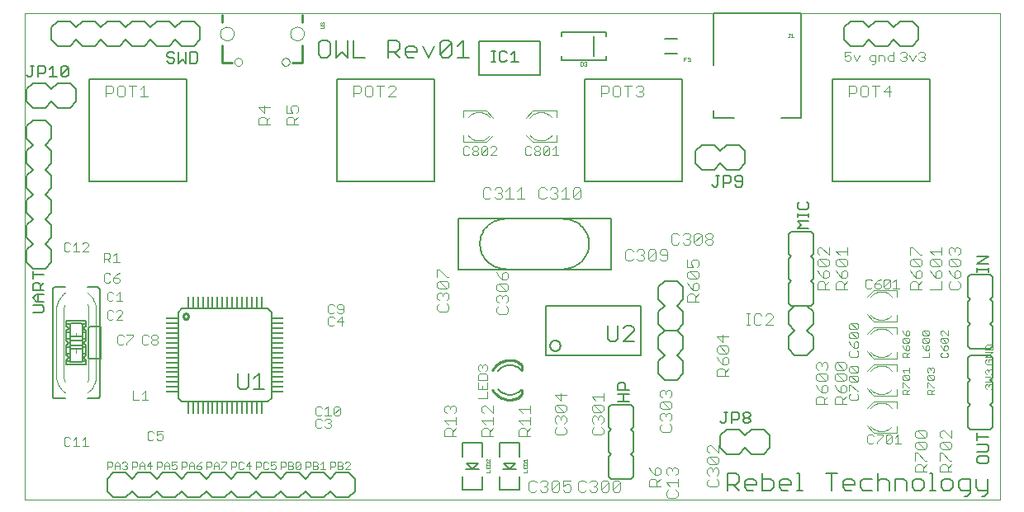
<source format=gto>
G75*
G70*
%OFA0B0*%
%FSLAX24Y24*%
%IPPOS*%
%LPD*%
%AMOC8*
5,1,8,0,0,1.08239X$1,22.5*
%
%ADD10C,0.0010*%
%ADD11C,0.0060*%
%ADD12C,0.0030*%
%ADD13C,0.0080*%
%ADD14C,0.0100*%
%ADD15R,0.0472X0.0079*%
%ADD16R,0.0079X0.0472*%
%ADD17C,0.0050*%
%ADD18C,0.0040*%
%ADD19C,0.0020*%
%ADD20C,0.0070*%
%ADD21C,0.0000*%
D10*
X002650Y000376D02*
X002650Y020061D01*
X042020Y020061D01*
X042020Y000376D01*
X002650Y000376D01*
X021290Y001484D02*
X021440Y001484D01*
X021440Y001584D01*
X021440Y001632D02*
X021440Y001732D01*
X021440Y001779D02*
X021440Y001854D01*
X021415Y001879D01*
X021315Y001879D01*
X021290Y001854D01*
X021290Y001779D01*
X021440Y001779D01*
X021365Y001682D02*
X021365Y001632D01*
X021290Y001632D02*
X021440Y001632D01*
X021290Y001632D02*
X021290Y001732D01*
X021315Y001926D02*
X021290Y001951D01*
X021290Y002001D01*
X021315Y002026D01*
X021340Y002026D01*
X021440Y001926D01*
X021440Y002026D01*
X022790Y001976D02*
X022840Y001926D01*
X022815Y001879D02*
X022790Y001854D01*
X022790Y001779D01*
X022940Y001779D01*
X022940Y001854D01*
X022915Y001879D01*
X022815Y001879D01*
X022790Y001976D02*
X022940Y001976D01*
X022940Y001926D02*
X022940Y002026D01*
X022940Y001732D02*
X022940Y001632D01*
X022790Y001632D01*
X022790Y001732D01*
X022865Y001682D02*
X022865Y001632D01*
X022940Y001584D02*
X022940Y001484D01*
X022790Y001484D01*
X025095Y017914D02*
X025170Y017914D01*
X025195Y017939D01*
X025195Y018039D01*
X025170Y018064D01*
X025095Y018064D01*
X025095Y017914D01*
X025243Y017939D02*
X025268Y017914D01*
X025318Y017914D01*
X025343Y017939D01*
X025343Y017964D01*
X025318Y017989D01*
X025293Y017989D01*
X025318Y017989D02*
X025343Y018014D01*
X025343Y018039D01*
X025318Y018064D01*
X025268Y018064D01*
X025243Y018039D01*
X029265Y018099D02*
X029265Y018249D01*
X029365Y018249D01*
X029412Y018224D02*
X029437Y018249D01*
X029487Y018249D01*
X029512Y018224D01*
X029512Y018199D01*
X029487Y018174D01*
X029512Y018149D01*
X029512Y018124D01*
X029487Y018099D01*
X029437Y018099D01*
X029412Y018124D01*
X029462Y018174D02*
X029487Y018174D01*
X029315Y018174D02*
X029265Y018174D01*
X033445Y019089D02*
X033470Y019064D01*
X033495Y019064D01*
X033520Y019089D01*
X033520Y019214D01*
X033495Y019214D02*
X033545Y019214D01*
X033593Y019164D02*
X033643Y019214D01*
X033643Y019064D01*
X033593Y019064D02*
X033693Y019064D01*
X014740Y019454D02*
X014740Y019504D01*
X014715Y019529D01*
X014590Y019529D01*
X014615Y019576D02*
X014590Y019601D01*
X014590Y019651D01*
X014615Y019676D01*
X014640Y019676D01*
X014665Y019651D01*
X014690Y019676D01*
X014715Y019676D01*
X014740Y019651D01*
X014740Y019601D01*
X014715Y019576D01*
X014665Y019626D02*
X014665Y019651D01*
X014740Y019454D02*
X014715Y019429D01*
X014590Y019429D01*
D11*
X014632Y018949D02*
X014515Y018832D01*
X014515Y018365D01*
X014632Y018249D01*
X014865Y018249D01*
X014982Y018365D01*
X014982Y018832D01*
X014865Y018949D01*
X014632Y018949D01*
X015215Y018949D02*
X015215Y018249D01*
X015448Y018482D01*
X015682Y018249D01*
X015682Y018949D01*
X015914Y018949D02*
X015914Y018249D01*
X016382Y018249D01*
X017314Y018249D02*
X017314Y018949D01*
X017664Y018949D01*
X017781Y018832D01*
X017781Y018599D01*
X017664Y018482D01*
X017314Y018482D01*
X017548Y018482D02*
X017781Y018249D01*
X018014Y018365D02*
X018014Y018599D01*
X018131Y018716D01*
X018364Y018716D01*
X018481Y018599D01*
X018481Y018482D01*
X018014Y018482D01*
X018014Y018365D02*
X018131Y018249D01*
X018364Y018249D01*
X018714Y018716D02*
X018947Y018249D01*
X019181Y018716D01*
X019413Y018832D02*
X019530Y018949D01*
X019764Y018949D01*
X019880Y018832D01*
X019413Y018365D01*
X019530Y018249D01*
X019764Y018249D01*
X019880Y018365D01*
X019880Y018832D01*
X020113Y018716D02*
X020347Y018949D01*
X020347Y018249D01*
X020580Y018249D02*
X020113Y018249D01*
X019413Y018365D02*
X019413Y018832D01*
X021005Y018900D02*
X023465Y018900D01*
X023465Y017538D01*
X021005Y017538D01*
X021005Y018900D01*
X033485Y011119D02*
X033485Y010319D01*
X033585Y010219D01*
X033485Y010119D01*
X033485Y009319D01*
X033585Y009219D01*
X033485Y009119D01*
X033485Y008319D01*
X033585Y008219D01*
X034385Y008219D01*
X034485Y008319D01*
X034485Y009119D01*
X034385Y009219D01*
X034485Y009319D01*
X034485Y010119D01*
X034385Y010219D01*
X034485Y010319D01*
X034485Y011119D01*
X034385Y011219D01*
X033585Y011219D01*
X033485Y011119D01*
X027523Y008221D02*
X023700Y008221D01*
X023700Y006216D01*
X027523Y006216D01*
X027523Y008221D01*
X023860Y006599D02*
X023862Y006628D01*
X023868Y006656D01*
X023877Y006683D01*
X023891Y006708D01*
X023907Y006732D01*
X023927Y006752D01*
X023949Y006771D01*
X023973Y006785D01*
X024000Y006797D01*
X024027Y006805D01*
X024056Y006809D01*
X024084Y006809D01*
X024113Y006805D01*
X024140Y006797D01*
X024167Y006785D01*
X024191Y006771D01*
X024213Y006752D01*
X024233Y006732D01*
X024249Y006708D01*
X024263Y006683D01*
X024272Y006656D01*
X024278Y006628D01*
X024280Y006599D01*
X024278Y006570D01*
X024272Y006542D01*
X024263Y006515D01*
X024249Y006490D01*
X024233Y006466D01*
X024213Y006446D01*
X024191Y006427D01*
X024167Y006413D01*
X024140Y006401D01*
X024113Y006393D01*
X024084Y006389D01*
X024056Y006389D01*
X024027Y006393D01*
X024000Y006401D01*
X023973Y006413D01*
X023949Y006427D01*
X023927Y006446D01*
X023907Y006466D01*
X023891Y006490D01*
X023877Y006515D01*
X023868Y006542D01*
X023862Y006570D01*
X023860Y006599D01*
X022235Y004619D02*
X022190Y004621D01*
X022144Y004626D01*
X022100Y004634D01*
X022056Y004646D01*
X022013Y004662D01*
X021971Y004680D01*
X021931Y004702D01*
X021893Y004726D01*
X021857Y004753D01*
X021822Y004783D01*
X021791Y004816D01*
X021761Y004851D01*
X022235Y005819D02*
X022282Y005817D01*
X022330Y005811D01*
X022376Y005802D01*
X022422Y005789D01*
X022466Y005773D01*
X022510Y005752D01*
X022551Y005729D01*
X022590Y005703D01*
X022627Y005673D01*
X022662Y005640D01*
X022694Y005605D01*
X022723Y005568D01*
X022235Y005819D02*
X022189Y005817D01*
X022143Y005812D01*
X022097Y005803D01*
X022052Y005791D01*
X022009Y005775D01*
X021967Y005756D01*
X021926Y005733D01*
X021887Y005708D01*
X021851Y005680D01*
X021816Y005649D01*
X021784Y005615D01*
X021755Y005579D01*
X022235Y004619D02*
X022280Y004621D01*
X022326Y004626D01*
X022370Y004634D01*
X022414Y004646D01*
X022457Y004662D01*
X022499Y004680D01*
X022539Y004702D01*
X022577Y004726D01*
X022613Y004753D01*
X022648Y004783D01*
X022679Y004816D01*
X022709Y004851D01*
X026235Y004119D02*
X026235Y003319D01*
X026335Y003219D01*
X026235Y003119D01*
X026235Y002319D01*
X026335Y002219D01*
X026235Y002119D01*
X026235Y001319D01*
X026335Y001219D01*
X027135Y001219D01*
X027235Y001319D01*
X027235Y002119D01*
X027135Y002219D01*
X027235Y002319D01*
X027235Y003119D01*
X027135Y003219D01*
X027235Y003319D01*
X027235Y004119D01*
X027135Y004219D01*
X026335Y004219D01*
X026235Y004119D01*
X031015Y001449D02*
X031365Y001449D01*
X031482Y001332D01*
X031482Y001099D01*
X031365Y000982D01*
X031015Y000982D01*
X031015Y000749D02*
X031015Y001449D01*
X031715Y001099D02*
X031831Y001216D01*
X032065Y001216D01*
X032182Y001099D01*
X032182Y000982D01*
X031715Y000982D01*
X031715Y000865D02*
X031715Y001099D01*
X031482Y000749D02*
X031248Y000982D01*
X031715Y000865D02*
X031831Y000749D01*
X032065Y000749D01*
X032414Y000749D02*
X032765Y000749D01*
X032882Y000865D01*
X032882Y001099D01*
X032765Y001216D01*
X032414Y001216D01*
X032414Y001449D02*
X032414Y000749D01*
X033114Y000865D02*
X033114Y001099D01*
X033231Y001216D01*
X033465Y001216D01*
X033581Y001099D01*
X033581Y000982D01*
X033114Y000982D01*
X033114Y000865D02*
X033231Y000749D01*
X033465Y000749D01*
X033814Y000749D02*
X034048Y000749D01*
X033931Y000749D02*
X033931Y001449D01*
X033814Y001449D01*
X034980Y001449D02*
X035447Y001449D01*
X035214Y001449D02*
X035214Y000749D01*
X035680Y000865D02*
X035680Y001099D01*
X035797Y001216D01*
X036030Y001216D01*
X036147Y001099D01*
X036147Y000982D01*
X035680Y000982D01*
X035680Y000865D02*
X035797Y000749D01*
X036030Y000749D01*
X036380Y000865D02*
X036497Y000749D01*
X036847Y000749D01*
X037080Y000749D02*
X037080Y001449D01*
X037197Y001216D02*
X037430Y001216D01*
X037547Y001099D01*
X037547Y000749D01*
X037780Y000749D02*
X037780Y001216D01*
X038130Y001216D01*
X038247Y001099D01*
X038247Y000749D01*
X038479Y000865D02*
X038596Y000749D01*
X038830Y000749D01*
X038946Y000865D01*
X038946Y001099D01*
X038830Y001216D01*
X038596Y001216D01*
X038479Y001099D01*
X038479Y000865D01*
X039179Y000749D02*
X039413Y000749D01*
X039296Y000749D02*
X039296Y001449D01*
X039179Y001449D01*
X039646Y001099D02*
X039646Y000865D01*
X039762Y000749D01*
X039996Y000749D01*
X040113Y000865D01*
X040113Y001099D01*
X039996Y001216D01*
X039762Y001216D01*
X039646Y001099D01*
X040345Y001099D02*
X040345Y000865D01*
X040462Y000749D01*
X040813Y000749D01*
X040813Y000632D02*
X040696Y000515D01*
X040579Y000515D01*
X040813Y000632D02*
X040813Y001216D01*
X040462Y001216D01*
X040345Y001099D01*
X041045Y001216D02*
X041045Y000865D01*
X041162Y000749D01*
X041512Y000749D01*
X041512Y000632D02*
X041396Y000515D01*
X041279Y000515D01*
X041512Y000632D02*
X041512Y001216D01*
X041635Y003219D02*
X040835Y003219D01*
X040735Y003319D01*
X040735Y004119D01*
X040835Y004219D01*
X040735Y004319D01*
X040735Y005119D01*
X040835Y005219D01*
X040735Y005319D01*
X040735Y006119D01*
X040835Y006219D01*
X041635Y006219D01*
X041735Y006119D01*
X041735Y005319D01*
X041635Y005219D01*
X041735Y005119D01*
X041735Y004319D01*
X041635Y004219D01*
X041735Y004119D01*
X041735Y003319D01*
X041635Y003219D01*
X037197Y001216D02*
X037080Y001099D01*
X036847Y001216D02*
X036497Y001216D01*
X036380Y001099D01*
X036380Y000865D01*
X040835Y006469D02*
X041635Y006469D01*
X041735Y006569D01*
X041735Y007369D01*
X041635Y007469D01*
X041735Y007569D01*
X041735Y008369D01*
X041635Y008469D01*
X041735Y008569D01*
X041735Y009369D01*
X041635Y009469D01*
X040835Y009469D01*
X040735Y009369D01*
X040735Y008569D01*
X040835Y008469D01*
X040735Y008369D01*
X040735Y007569D01*
X040835Y007469D01*
X040735Y007369D01*
X040735Y006569D01*
X040835Y006469D01*
X012336Y004849D02*
X011909Y004849D01*
X012123Y004849D02*
X012123Y005489D01*
X011909Y005276D01*
X011692Y005489D02*
X011692Y004955D01*
X011585Y004849D01*
X011372Y004849D01*
X011265Y004955D01*
X011265Y005489D01*
X005685Y004569D02*
X005685Y008869D01*
X005683Y008886D01*
X005679Y008903D01*
X005672Y008919D01*
X005662Y008933D01*
X005649Y008946D01*
X005635Y008956D01*
X005619Y008963D01*
X005602Y008967D01*
X005585Y008969D01*
X005185Y008969D01*
X004285Y008969D02*
X003885Y008969D01*
X003868Y008967D01*
X003851Y008963D01*
X003835Y008956D01*
X003821Y008946D01*
X003808Y008933D01*
X003798Y008919D01*
X003791Y008903D01*
X003787Y008886D01*
X003785Y008869D01*
X003785Y004569D01*
X003787Y004552D01*
X003791Y004535D01*
X003798Y004519D01*
X003808Y004505D01*
X003821Y004492D01*
X003835Y004482D01*
X003851Y004475D01*
X003868Y004471D01*
X003885Y004469D01*
X004285Y004469D01*
X005185Y004469D02*
X005585Y004469D01*
X005602Y004471D01*
X005619Y004475D01*
X005635Y004482D01*
X005649Y004492D01*
X005662Y004505D01*
X005672Y004519D01*
X005679Y004535D01*
X005683Y004552D01*
X005685Y004569D01*
X004985Y006469D02*
X004735Y006469D01*
X004485Y006469D01*
X004485Y006619D02*
X004485Y006819D01*
X004985Y006819D01*
X004985Y006619D01*
X004485Y006619D01*
X004485Y006969D02*
X004735Y006969D01*
X004985Y006969D01*
D12*
X005988Y007720D02*
X006050Y007659D01*
X006173Y007659D01*
X006235Y007720D01*
X006357Y007659D02*
X006603Y007906D01*
X006603Y007967D01*
X006542Y008029D01*
X006418Y008029D01*
X006357Y007967D01*
X006235Y007967D02*
X006173Y008029D01*
X006050Y008029D01*
X005988Y007967D01*
X005988Y007720D01*
X006357Y007659D02*
X006603Y007659D01*
X006585Y007029D02*
X006462Y007029D01*
X006400Y006967D01*
X006400Y006720D01*
X006462Y006659D01*
X006585Y006659D01*
X006647Y006720D01*
X006768Y006720D02*
X006768Y006659D01*
X006768Y006720D02*
X007015Y006967D01*
X007015Y007029D01*
X006768Y007029D01*
X006647Y006967D02*
X006585Y007029D01*
X007400Y006967D02*
X007400Y006720D01*
X007462Y006659D01*
X007585Y006659D01*
X007647Y006720D01*
X007768Y006720D02*
X007768Y006782D01*
X007830Y006844D01*
X007953Y006844D01*
X008015Y006782D01*
X008015Y006720D01*
X007953Y006659D01*
X007830Y006659D01*
X007768Y006720D01*
X007830Y006844D02*
X007768Y006906D01*
X007768Y006967D01*
X007830Y007029D01*
X007953Y007029D01*
X008015Y006967D01*
X008015Y006906D01*
X007953Y006844D01*
X007647Y006967D02*
X007585Y007029D01*
X007462Y007029D01*
X007400Y006967D01*
X006603Y008409D02*
X006357Y008409D01*
X006480Y008409D02*
X006480Y008779D01*
X006357Y008656D01*
X006235Y008717D02*
X006173Y008779D01*
X006050Y008779D01*
X005988Y008717D01*
X005988Y008470D01*
X006050Y008409D01*
X006173Y008409D01*
X006235Y008470D01*
X006293Y009159D02*
X006417Y009159D01*
X006478Y009220D01*
X006478Y009282D01*
X006417Y009344D01*
X006232Y009344D01*
X006232Y009220D01*
X006293Y009159D01*
X006110Y009220D02*
X006048Y009159D01*
X005925Y009159D01*
X005863Y009220D01*
X005863Y009467D01*
X005925Y009529D01*
X006048Y009529D01*
X006110Y009467D01*
X006232Y009344D02*
X006355Y009467D01*
X006478Y009529D01*
X006478Y009984D02*
X006232Y009984D01*
X006110Y009984D02*
X005987Y010107D01*
X006048Y010107D02*
X005863Y010107D01*
X005863Y009984D02*
X005863Y010354D01*
X006048Y010354D01*
X006110Y010292D01*
X006110Y010169D01*
X006048Y010107D01*
X006232Y010231D02*
X006355Y010354D01*
X006355Y009984D01*
X005228Y010409D02*
X004982Y010409D01*
X005228Y010656D01*
X005228Y010717D01*
X005167Y010779D01*
X005043Y010779D01*
X004982Y010717D01*
X004737Y010779D02*
X004737Y010409D01*
X004860Y010409D02*
X004613Y010409D01*
X004492Y010470D02*
X004430Y010409D01*
X004307Y010409D01*
X004245Y010470D01*
X004245Y010717D01*
X004307Y010779D01*
X004430Y010779D01*
X004492Y010717D01*
X004613Y010656D02*
X004737Y010779D01*
X014900Y008217D02*
X014900Y007970D01*
X014962Y007909D01*
X015085Y007909D01*
X015147Y007970D01*
X015268Y007970D02*
X015330Y007909D01*
X015453Y007909D01*
X015515Y007970D01*
X015515Y008217D01*
X015453Y008279D01*
X015330Y008279D01*
X015268Y008217D01*
X015268Y008156D01*
X015330Y008094D01*
X015515Y008094D01*
X015147Y008217D02*
X015085Y008279D01*
X014962Y008279D01*
X014900Y008217D01*
X014962Y007779D02*
X014900Y007717D01*
X014900Y007470D01*
X014962Y007409D01*
X015085Y007409D01*
X015147Y007470D01*
X015268Y007594D02*
X015515Y007594D01*
X015453Y007409D02*
X015453Y007779D01*
X015268Y007594D01*
X015147Y007717D02*
X015085Y007779D01*
X014962Y007779D01*
X014892Y004154D02*
X014892Y003784D01*
X015015Y003784D02*
X014768Y003784D01*
X014647Y003845D02*
X014585Y003784D01*
X014462Y003784D01*
X014400Y003845D01*
X014400Y004092D01*
X014462Y004154D01*
X014585Y004154D01*
X014647Y004092D01*
X014768Y004031D02*
X014892Y004154D01*
X015136Y004092D02*
X015198Y004154D01*
X015322Y004154D01*
X015383Y004092D01*
X015136Y003845D01*
X015198Y003784D01*
X015322Y003784D01*
X015383Y003845D01*
X015383Y004092D01*
X015136Y004092D02*
X015136Y003845D01*
X014953Y003654D02*
X014830Y003654D01*
X014768Y003592D01*
X014647Y003592D02*
X014585Y003654D01*
X014462Y003654D01*
X014400Y003592D01*
X014400Y003345D01*
X014462Y003284D01*
X014585Y003284D01*
X014647Y003345D01*
X014768Y003345D02*
X014830Y003284D01*
X014953Y003284D01*
X015015Y003345D01*
X015015Y003407D01*
X014953Y003469D01*
X014892Y003469D01*
X014953Y003469D02*
X015015Y003531D01*
X015015Y003592D01*
X014953Y003654D01*
X015000Y001899D02*
X015145Y001899D01*
X015193Y001851D01*
X015193Y001754D01*
X015145Y001705D01*
X015000Y001705D01*
X015000Y001609D02*
X015000Y001899D01*
X015295Y001899D02*
X015295Y001609D01*
X015440Y001609D01*
X015488Y001657D01*
X015488Y001705D01*
X015440Y001754D01*
X015295Y001754D01*
X015440Y001754D02*
X015488Y001802D01*
X015488Y001851D01*
X015440Y001899D01*
X015295Y001899D01*
X015589Y001851D02*
X015638Y001899D01*
X015734Y001899D01*
X015783Y001851D01*
X015783Y001802D01*
X015589Y001609D01*
X015783Y001609D01*
X014783Y001609D02*
X014589Y001609D01*
X014686Y001609D02*
X014686Y001899D01*
X014589Y001802D01*
X014488Y001802D02*
X014440Y001754D01*
X014295Y001754D01*
X014193Y001754D02*
X014145Y001705D01*
X014000Y001705D01*
X014000Y001609D02*
X014000Y001899D01*
X014145Y001899D01*
X014193Y001851D01*
X014193Y001754D01*
X014295Y001899D02*
X014440Y001899D01*
X014488Y001851D01*
X014488Y001802D01*
X014440Y001754D02*
X014488Y001705D01*
X014488Y001657D01*
X014440Y001609D01*
X014295Y001609D01*
X014295Y001899D01*
X013783Y001851D02*
X013589Y001657D01*
X013638Y001609D01*
X013734Y001609D01*
X013783Y001657D01*
X013783Y001851D01*
X013734Y001899D01*
X013638Y001899D01*
X013589Y001851D01*
X013589Y001657D01*
X013488Y001657D02*
X013440Y001609D01*
X013295Y001609D01*
X013295Y001899D01*
X013440Y001899D01*
X013488Y001851D01*
X013488Y001802D01*
X013440Y001754D01*
X013295Y001754D01*
X013193Y001754D02*
X013145Y001705D01*
X013000Y001705D01*
X013000Y001609D02*
X013000Y001899D01*
X013145Y001899D01*
X013193Y001851D01*
X013193Y001754D01*
X013440Y001754D02*
X013488Y001705D01*
X013488Y001657D01*
X012783Y001657D02*
X012783Y001754D01*
X012734Y001802D01*
X012686Y001802D01*
X012589Y001754D01*
X012589Y001899D01*
X012783Y001899D01*
X012783Y001657D02*
X012734Y001609D01*
X012638Y001609D01*
X012589Y001657D01*
X012488Y001657D02*
X012440Y001609D01*
X012343Y001609D01*
X012295Y001657D01*
X012295Y001851D01*
X012343Y001899D01*
X012440Y001899D01*
X012488Y001851D01*
X012193Y001851D02*
X012193Y001754D01*
X012145Y001705D01*
X012000Y001705D01*
X012000Y001609D02*
X012000Y001899D01*
X012145Y001899D01*
X012193Y001851D01*
X011783Y001754D02*
X011589Y001754D01*
X011734Y001899D01*
X011734Y001609D01*
X011488Y001657D02*
X011440Y001609D01*
X011343Y001609D01*
X011295Y001657D01*
X011295Y001851D01*
X011343Y001899D01*
X011440Y001899D01*
X011488Y001851D01*
X011193Y001851D02*
X011193Y001754D01*
X011145Y001705D01*
X011000Y001705D01*
X011000Y001609D02*
X011000Y001899D01*
X011145Y001899D01*
X011193Y001851D01*
X010783Y001851D02*
X010589Y001657D01*
X010589Y001609D01*
X010488Y001609D02*
X010488Y001802D01*
X010391Y001899D01*
X010295Y001802D01*
X010295Y001609D01*
X010295Y001754D02*
X010488Y001754D01*
X010589Y001899D02*
X010783Y001899D01*
X010783Y001851D01*
X010193Y001851D02*
X010193Y001754D01*
X010145Y001705D01*
X010000Y001705D01*
X010000Y001609D02*
X010000Y001899D01*
X010145Y001899D01*
X010193Y001851D01*
X009783Y001899D02*
X009686Y001851D01*
X009589Y001754D01*
X009734Y001754D01*
X009783Y001705D01*
X009783Y001657D01*
X009734Y001609D01*
X009638Y001609D01*
X009589Y001657D01*
X009589Y001754D01*
X009488Y001754D02*
X009295Y001754D01*
X009295Y001802D02*
X009391Y001899D01*
X009488Y001802D01*
X009488Y001609D01*
X009295Y001609D02*
X009295Y001802D01*
X009193Y001754D02*
X009145Y001705D01*
X009000Y001705D01*
X009000Y001609D02*
X009000Y001899D01*
X009145Y001899D01*
X009193Y001851D01*
X009193Y001754D01*
X008783Y001754D02*
X008783Y001657D01*
X008734Y001609D01*
X008638Y001609D01*
X008589Y001657D01*
X008589Y001754D02*
X008686Y001802D01*
X008734Y001802D01*
X008783Y001754D01*
X008783Y001899D02*
X008589Y001899D01*
X008589Y001754D01*
X008488Y001754D02*
X008295Y001754D01*
X008295Y001802D02*
X008391Y001899D01*
X008488Y001802D01*
X008488Y001609D01*
X008295Y001609D02*
X008295Y001802D01*
X008193Y001754D02*
X008145Y001705D01*
X008000Y001705D01*
X008000Y001609D02*
X008000Y001899D01*
X008145Y001899D01*
X008193Y001851D01*
X008193Y001754D01*
X007783Y001754D02*
X007589Y001754D01*
X007734Y001899D01*
X007734Y001609D01*
X007488Y001609D02*
X007488Y001802D01*
X007391Y001899D01*
X007295Y001802D01*
X007295Y001609D01*
X007295Y001754D02*
X007488Y001754D01*
X007193Y001754D02*
X007145Y001705D01*
X007000Y001705D01*
X007000Y001609D02*
X007000Y001899D01*
X007145Y001899D01*
X007193Y001851D01*
X007193Y001754D01*
X006783Y001802D02*
X006734Y001754D01*
X006783Y001705D01*
X006783Y001657D01*
X006734Y001609D01*
X006638Y001609D01*
X006589Y001657D01*
X006488Y001609D02*
X006488Y001802D01*
X006391Y001899D01*
X006295Y001802D01*
X006295Y001609D01*
X006295Y001754D02*
X006488Y001754D01*
X006589Y001851D02*
X006638Y001899D01*
X006734Y001899D01*
X006783Y001851D01*
X006783Y001802D01*
X006734Y001754D02*
X006686Y001754D01*
X006193Y001754D02*
X006145Y001705D01*
X006000Y001705D01*
X006000Y001609D02*
X006000Y001899D01*
X006145Y001899D01*
X006193Y001851D01*
X006193Y001754D01*
X005228Y002534D02*
X004982Y002534D01*
X004860Y002534D02*
X004613Y002534D01*
X004737Y002534D02*
X004737Y002904D01*
X004613Y002781D01*
X004492Y002842D02*
X004430Y002904D01*
X004307Y002904D01*
X004245Y002842D01*
X004245Y002595D01*
X004307Y002534D01*
X004430Y002534D01*
X004492Y002595D01*
X004982Y002781D02*
X005105Y002904D01*
X005105Y002534D01*
X007613Y002845D02*
X007675Y002784D01*
X007798Y002784D01*
X007860Y002845D01*
X007982Y002845D02*
X008043Y002784D01*
X008167Y002784D01*
X008228Y002845D01*
X008228Y002969D01*
X008167Y003031D01*
X008105Y003031D01*
X007982Y002969D01*
X007982Y003154D01*
X008228Y003154D01*
X007860Y003092D02*
X007798Y003154D01*
X007675Y003154D01*
X007613Y003092D01*
X007613Y002845D01*
X007640Y004409D02*
X007393Y004409D01*
X007272Y004409D02*
X007025Y004409D01*
X007025Y004779D01*
X007393Y004656D02*
X007517Y004779D01*
X007517Y004409D01*
X020350Y014359D02*
X020412Y014298D01*
X020535Y014298D01*
X020597Y014359D01*
X020719Y014359D02*
X020719Y014421D01*
X020780Y014483D01*
X020904Y014483D01*
X020965Y014421D01*
X020965Y014359D01*
X020904Y014298D01*
X020780Y014298D01*
X020719Y014359D01*
X020780Y014483D02*
X020719Y014544D01*
X020719Y014606D01*
X020780Y014668D01*
X020904Y014668D01*
X020965Y014606D01*
X020965Y014544D01*
X020904Y014483D01*
X021087Y014606D02*
X021087Y014359D01*
X021334Y014606D01*
X021334Y014359D01*
X021272Y014298D01*
X021149Y014298D01*
X021087Y014359D01*
X021087Y014606D02*
X021149Y014668D01*
X021272Y014668D01*
X021334Y014606D01*
X021455Y014606D02*
X021517Y014668D01*
X021640Y014668D01*
X021702Y014606D01*
X021702Y014544D01*
X021455Y014298D01*
X021702Y014298D01*
X022850Y014359D02*
X022850Y014606D01*
X022912Y014668D01*
X023035Y014668D01*
X023097Y014606D01*
X023219Y014606D02*
X023219Y014544D01*
X023280Y014483D01*
X023404Y014483D01*
X023465Y014421D01*
X023465Y014359D01*
X023404Y014298D01*
X023280Y014298D01*
X023219Y014359D01*
X023219Y014421D01*
X023280Y014483D01*
X023404Y014483D02*
X023465Y014544D01*
X023465Y014606D01*
X023404Y014668D01*
X023280Y014668D01*
X023219Y014606D01*
X023097Y014359D02*
X023035Y014298D01*
X022912Y014298D01*
X022850Y014359D01*
X023587Y014359D02*
X023649Y014298D01*
X023772Y014298D01*
X023834Y014359D01*
X023834Y014606D01*
X023587Y014359D01*
X023587Y014606D01*
X023649Y014668D01*
X023772Y014668D01*
X023834Y014606D01*
X023955Y014544D02*
X024079Y014668D01*
X024079Y014298D01*
X024202Y014298D02*
X023955Y014298D01*
X020597Y014606D02*
X020535Y014668D01*
X020412Y014668D01*
X020350Y014606D01*
X020350Y014359D01*
X035750Y018170D02*
X035812Y018109D01*
X035935Y018109D01*
X035997Y018170D01*
X035997Y018294D01*
X035935Y018356D01*
X035873Y018356D01*
X035750Y018294D01*
X035750Y018479D01*
X035997Y018479D01*
X036118Y018356D02*
X036242Y018109D01*
X036365Y018356D01*
X036750Y018294D02*
X036750Y018170D01*
X036812Y018109D01*
X036997Y018109D01*
X036997Y018047D02*
X036997Y018356D01*
X036812Y018356D01*
X036750Y018294D01*
X036997Y018047D02*
X036935Y017985D01*
X036873Y017985D01*
X037118Y018109D02*
X037118Y018356D01*
X037303Y018356D01*
X037365Y018294D01*
X037365Y018109D01*
X037486Y018170D02*
X037486Y018294D01*
X037548Y018356D01*
X037733Y018356D01*
X037733Y018479D02*
X037733Y018109D01*
X037548Y018109D01*
X037486Y018170D01*
X038000Y018170D02*
X038062Y018109D01*
X038185Y018109D01*
X038247Y018170D01*
X038247Y018232D01*
X038185Y018294D01*
X038123Y018294D01*
X038185Y018294D02*
X038247Y018356D01*
X038247Y018417D01*
X038185Y018479D01*
X038062Y018479D01*
X038000Y018417D01*
X038368Y018356D02*
X038492Y018109D01*
X038615Y018356D01*
X038736Y018417D02*
X038798Y018479D01*
X038922Y018479D01*
X038983Y018417D01*
X038983Y018356D01*
X038922Y018294D01*
X038983Y018232D01*
X038983Y018170D01*
X038922Y018109D01*
X038798Y018109D01*
X038736Y018170D01*
X038860Y018294D02*
X038922Y018294D01*
X037829Y009293D02*
X037705Y009169D01*
X037584Y009231D02*
X037337Y008984D01*
X037399Y008923D01*
X037522Y008923D01*
X037584Y008984D01*
X037584Y009231D01*
X037522Y009293D01*
X037399Y009293D01*
X037337Y009231D01*
X037337Y008984D01*
X037215Y008984D02*
X037215Y009046D01*
X037154Y009108D01*
X036969Y009108D01*
X036969Y008984D01*
X037030Y008923D01*
X037154Y008923D01*
X037215Y008984D01*
X037092Y009231D02*
X036969Y009108D01*
X036847Y009231D02*
X036785Y009293D01*
X036662Y009293D01*
X036600Y009231D01*
X036600Y008984D01*
X036662Y008923D01*
X036785Y008923D01*
X036847Y008984D01*
X037092Y009231D02*
X037215Y009293D01*
X037705Y008923D02*
X037952Y008923D01*
X037829Y008923D02*
X037829Y009293D01*
X036247Y007512D02*
X036000Y007512D01*
X036247Y007265D01*
X036309Y007327D01*
X036309Y007450D01*
X036247Y007512D01*
X036000Y007512D02*
X035939Y007450D01*
X035939Y007327D01*
X036000Y007265D01*
X036247Y007265D01*
X036247Y007143D02*
X036000Y007143D01*
X036247Y006897D01*
X036309Y006958D01*
X036309Y007082D01*
X036247Y007143D01*
X036247Y006897D02*
X036000Y006897D01*
X035939Y006958D01*
X035939Y007082D01*
X036000Y007143D01*
X035939Y006775D02*
X036000Y006652D01*
X036124Y006528D01*
X036124Y006713D01*
X036185Y006775D01*
X036247Y006775D01*
X036309Y006713D01*
X036309Y006590D01*
X036247Y006528D01*
X036124Y006528D01*
X036247Y006407D02*
X036309Y006345D01*
X036309Y006222D01*
X036247Y006160D01*
X036000Y006160D01*
X035939Y006222D01*
X035939Y006345D01*
X036000Y006407D01*
X036000Y005762D02*
X036247Y005515D01*
X036309Y005577D01*
X036309Y005700D01*
X036247Y005762D01*
X036000Y005762D01*
X035939Y005700D01*
X035939Y005577D01*
X036000Y005515D01*
X036247Y005515D01*
X036247Y005393D02*
X036000Y005393D01*
X036247Y005147D01*
X036309Y005208D01*
X036309Y005332D01*
X036247Y005393D01*
X036247Y005147D02*
X036000Y005147D01*
X035939Y005208D01*
X035939Y005332D01*
X036000Y005393D01*
X036000Y005025D02*
X036247Y004778D01*
X036309Y004778D01*
X036247Y004657D02*
X036309Y004595D01*
X036309Y004472D01*
X036247Y004410D01*
X036000Y004410D01*
X035939Y004472D01*
X035939Y004595D01*
X036000Y004657D01*
X035939Y004778D02*
X035939Y005025D01*
X036000Y005025D01*
X038080Y004928D02*
X038080Y005122D01*
X038128Y005122D01*
X038321Y004928D01*
X038370Y004928D01*
X038370Y004827D02*
X038273Y004730D01*
X038273Y004779D02*
X038273Y004634D01*
X038370Y004634D02*
X038080Y004634D01*
X038080Y004779D01*
X038128Y004827D01*
X038225Y004827D01*
X038273Y004779D01*
X038321Y005223D02*
X038128Y005416D01*
X038321Y005416D01*
X038370Y005368D01*
X038370Y005271D01*
X038321Y005223D01*
X038128Y005223D01*
X038080Y005271D01*
X038080Y005368D01*
X038128Y005416D01*
X038176Y005518D02*
X038080Y005614D01*
X038370Y005614D01*
X038370Y005518D02*
X038370Y005711D01*
X038370Y006134D02*
X038080Y006134D01*
X038080Y006279D01*
X038128Y006327D01*
X038225Y006327D01*
X038273Y006279D01*
X038273Y006134D01*
X038273Y006230D02*
X038370Y006327D01*
X038321Y006428D02*
X038370Y006477D01*
X038370Y006573D01*
X038321Y006622D01*
X038273Y006622D01*
X038225Y006573D01*
X038225Y006428D01*
X038321Y006428D01*
X038225Y006428D02*
X038128Y006525D01*
X038080Y006622D01*
X038128Y006723D02*
X038080Y006771D01*
X038080Y006868D01*
X038128Y006916D01*
X038321Y006723D01*
X038370Y006771D01*
X038370Y006868D01*
X038321Y006916D01*
X038128Y006916D01*
X038225Y007018D02*
X038128Y007114D01*
X038080Y007211D01*
X038225Y007163D02*
X038225Y007018D01*
X038321Y007018D01*
X038370Y007066D01*
X038370Y007163D01*
X038321Y007211D01*
X038273Y007211D01*
X038225Y007163D01*
X038880Y007163D02*
X038928Y007211D01*
X039121Y007018D01*
X039170Y007066D01*
X039170Y007163D01*
X039121Y007211D01*
X038928Y007211D01*
X038880Y007163D02*
X038880Y007066D01*
X038928Y007018D01*
X039121Y007018D01*
X039121Y006916D02*
X038928Y006916D01*
X039121Y006723D01*
X039170Y006771D01*
X039170Y006868D01*
X039121Y006916D01*
X038928Y006916D02*
X038880Y006868D01*
X038880Y006771D01*
X038928Y006723D01*
X039121Y006723D01*
X039121Y006622D02*
X039073Y006622D01*
X039025Y006573D01*
X039025Y006428D01*
X039121Y006428D01*
X039170Y006477D01*
X039170Y006573D01*
X039121Y006622D01*
X038928Y006525D02*
X039025Y006428D01*
X038928Y006525D02*
X038880Y006622D01*
X039170Y006327D02*
X039170Y006134D01*
X038880Y006134D01*
X039128Y005711D02*
X039176Y005711D01*
X039225Y005663D01*
X039273Y005711D01*
X039321Y005711D01*
X039370Y005663D01*
X039370Y005566D01*
X039321Y005518D01*
X039321Y005416D02*
X039370Y005368D01*
X039370Y005271D01*
X039321Y005223D01*
X039128Y005416D01*
X039321Y005416D01*
X039128Y005416D02*
X039080Y005368D01*
X039080Y005271D01*
X039128Y005223D01*
X039321Y005223D01*
X039128Y005122D02*
X039321Y004928D01*
X039370Y004928D01*
X039370Y004827D02*
X039273Y004730D01*
X039273Y004779D02*
X039273Y004634D01*
X039370Y004634D02*
X039080Y004634D01*
X039080Y004779D01*
X039128Y004827D01*
X039225Y004827D01*
X039273Y004779D01*
X039080Y004928D02*
X039080Y005122D01*
X039128Y005122D01*
X039128Y005518D02*
X039080Y005566D01*
X039080Y005663D01*
X039128Y005711D01*
X039225Y005663D02*
X039225Y005614D01*
X039678Y006134D02*
X039871Y006134D01*
X039920Y006182D01*
X039920Y006279D01*
X039871Y006327D01*
X039871Y006428D02*
X039920Y006477D01*
X039920Y006573D01*
X039871Y006622D01*
X039823Y006622D01*
X039775Y006573D01*
X039775Y006428D01*
X039871Y006428D01*
X039775Y006428D02*
X039678Y006525D01*
X039630Y006622D01*
X039678Y006723D02*
X039630Y006771D01*
X039630Y006868D01*
X039678Y006916D01*
X039871Y006723D01*
X039920Y006771D01*
X039920Y006868D01*
X039871Y006916D01*
X039678Y006916D01*
X039678Y007018D02*
X039630Y007066D01*
X039630Y007163D01*
X039678Y007211D01*
X039726Y007211D01*
X039920Y007018D01*
X039920Y007211D01*
X039871Y006723D02*
X039678Y006723D01*
X039678Y006327D02*
X039630Y006279D01*
X039630Y006182D01*
X039678Y006134D01*
X038321Y006723D02*
X038128Y006723D01*
X041430Y006593D02*
X041430Y006448D01*
X041720Y006448D01*
X041720Y006593D01*
X041671Y006641D01*
X041478Y006641D01*
X041430Y006593D01*
X041430Y006347D02*
X041720Y006347D01*
X041430Y006153D01*
X041720Y006153D01*
X041671Y006052D02*
X041575Y006052D01*
X041575Y005955D01*
X041671Y005859D02*
X041720Y005907D01*
X041720Y006004D01*
X041671Y006052D01*
X041478Y006052D02*
X041430Y006004D01*
X041430Y005907D01*
X041478Y005859D01*
X041671Y005859D01*
X041671Y005641D02*
X041720Y005593D01*
X041720Y005496D01*
X041671Y005448D01*
X041623Y005347D02*
X041430Y005347D01*
X041478Y005448D02*
X041430Y005496D01*
X041430Y005593D01*
X041478Y005641D01*
X041526Y005641D01*
X041575Y005593D01*
X041623Y005641D01*
X041671Y005641D01*
X041575Y005593D02*
X041575Y005545D01*
X041623Y005347D02*
X041720Y005250D01*
X041623Y005153D01*
X041430Y005153D01*
X041478Y005052D02*
X041526Y005052D01*
X041575Y005004D01*
X041623Y005052D01*
X041671Y005052D01*
X041720Y005004D01*
X041720Y004907D01*
X041671Y004859D01*
X041575Y004955D02*
X041575Y005004D01*
X041478Y005052D02*
X041430Y005004D01*
X041430Y004907D01*
X041478Y004859D01*
X037905Y003015D02*
X037905Y002645D01*
X038028Y002645D02*
X037781Y002645D01*
X037660Y002706D02*
X037660Y002953D01*
X037413Y002706D01*
X037475Y002645D01*
X037598Y002645D01*
X037660Y002706D01*
X037781Y002892D02*
X037905Y003015D01*
X037660Y002953D02*
X037598Y003015D01*
X037475Y003015D01*
X037413Y002953D01*
X037413Y002706D01*
X037291Y002953D02*
X037045Y002706D01*
X037045Y002645D01*
X036923Y002706D02*
X036861Y002645D01*
X036738Y002645D01*
X036676Y002706D01*
X036676Y002953D01*
X036738Y003015D01*
X036861Y003015D01*
X036923Y002953D01*
X037045Y003015D02*
X037291Y003015D01*
X037291Y002953D01*
D13*
X032735Y002969D02*
X032735Y002469D01*
X032485Y002219D01*
X031985Y002219D01*
X031735Y002469D01*
X031485Y002219D01*
X030985Y002219D01*
X030735Y002469D01*
X030735Y002969D01*
X030985Y003219D01*
X031485Y003219D01*
X031735Y002969D01*
X031985Y003219D01*
X032485Y003219D01*
X032735Y002969D01*
X029235Y005469D02*
X028985Y005219D01*
X028485Y005219D01*
X028235Y005469D01*
X028235Y005969D01*
X028485Y006219D01*
X028235Y006469D01*
X028235Y006969D01*
X028485Y007219D01*
X028985Y007219D01*
X029235Y006969D01*
X029235Y006469D01*
X028985Y006219D01*
X029235Y005969D01*
X029235Y005469D01*
X028985Y007219D02*
X028485Y007219D01*
X028235Y007469D01*
X028235Y007969D01*
X028485Y008219D01*
X028235Y008469D01*
X028235Y008969D01*
X028485Y009219D01*
X028985Y009219D01*
X029235Y008969D01*
X029235Y008469D01*
X028985Y008219D01*
X029235Y007969D01*
X029235Y007469D01*
X028985Y007219D01*
X033485Y007469D02*
X033485Y007969D01*
X033735Y008219D01*
X034235Y008219D01*
X034485Y007969D01*
X034485Y007469D01*
X034235Y007219D01*
X034485Y006969D01*
X034485Y006469D01*
X034235Y006219D01*
X033735Y006219D01*
X033485Y006469D01*
X033485Y006969D01*
X033735Y007219D01*
X033485Y007469D01*
X026322Y009690D02*
X026322Y011747D01*
X020148Y011747D01*
X020148Y009690D01*
X026322Y009690D01*
X025266Y013250D02*
X029203Y013250D01*
X029735Y013969D02*
X029985Y013719D01*
X030485Y013719D01*
X030735Y013969D01*
X030985Y013719D01*
X031485Y013719D01*
X031735Y013969D01*
X031735Y014469D01*
X031485Y014719D01*
X030985Y014719D01*
X030735Y014469D01*
X030485Y014719D01*
X029985Y014719D01*
X029735Y014469D01*
X029735Y013969D01*
X030463Y015825D02*
X030463Y016101D01*
X030463Y015825D02*
X031290Y015825D01*
X033180Y015825D02*
X034007Y015825D01*
X034007Y020038D01*
X030463Y020038D01*
X030463Y017951D01*
X029203Y017384D02*
X025266Y017384D01*
X026140Y018148D02*
X024329Y018148D01*
X024329Y018325D01*
X024329Y019112D02*
X024329Y019289D01*
X026140Y019289D01*
X026140Y019112D01*
X025629Y019112D02*
X025629Y018325D01*
X026140Y018325D02*
X026140Y018148D01*
X028485Y018419D02*
X028985Y018419D01*
X028985Y019019D02*
X028485Y019019D01*
X035266Y017384D02*
X039203Y017384D01*
X038485Y018719D02*
X037985Y018719D01*
X037735Y018969D01*
X037485Y018719D01*
X036985Y018719D01*
X036735Y018969D01*
X036485Y018719D01*
X035985Y018719D01*
X035735Y018969D01*
X035735Y019469D01*
X035985Y019719D01*
X036485Y019719D01*
X036735Y019469D01*
X036985Y019719D01*
X037485Y019719D01*
X037735Y019469D01*
X037985Y019719D01*
X038485Y019719D01*
X038735Y019469D01*
X038735Y018969D01*
X038485Y018719D01*
X039203Y013250D02*
X035266Y013250D01*
X019203Y013250D02*
X015266Y013250D01*
X009203Y013250D02*
X005266Y013250D01*
X003735Y013469D02*
X003735Y012969D01*
X003485Y012719D01*
X003735Y012469D01*
X003735Y011969D01*
X003485Y011719D01*
X003735Y011469D01*
X003735Y010969D01*
X003485Y010719D01*
X003735Y010469D01*
X003735Y009969D01*
X003485Y009719D01*
X002985Y009719D01*
X002735Y009969D01*
X002735Y010469D01*
X002985Y010719D01*
X002735Y010969D01*
X002735Y011469D01*
X002985Y011719D01*
X002735Y011969D01*
X002735Y012469D01*
X002985Y012719D01*
X002735Y012969D01*
X002735Y013469D01*
X002985Y013719D01*
X002735Y013969D01*
X002735Y014469D01*
X002985Y014719D01*
X002735Y014969D01*
X002735Y015469D01*
X002985Y015719D01*
X003485Y015719D01*
X003735Y015469D01*
X003735Y014969D01*
X003485Y014719D01*
X003735Y014469D01*
X003735Y013969D01*
X003485Y013719D01*
X003735Y013469D01*
X003985Y016219D02*
X003735Y016469D01*
X003485Y016219D01*
X002985Y016219D01*
X002735Y016469D01*
X002735Y016969D01*
X002985Y017219D01*
X003485Y017219D01*
X003735Y016969D01*
X003985Y017219D01*
X004485Y017219D01*
X004735Y016969D01*
X004735Y016469D01*
X004485Y016219D01*
X003985Y016219D01*
X005266Y017384D02*
X009203Y017384D01*
X008985Y018719D02*
X008735Y018969D01*
X008485Y018719D01*
X007985Y018719D01*
X007735Y018969D01*
X007485Y018719D01*
X006985Y018719D01*
X006735Y018969D01*
X006485Y018719D01*
X005985Y018719D01*
X005735Y018969D01*
X005485Y018719D01*
X004985Y018719D01*
X004735Y018969D01*
X004485Y018719D01*
X003985Y018719D01*
X003735Y018969D01*
X003735Y019469D01*
X003985Y019719D01*
X004485Y019719D01*
X004735Y019469D01*
X004985Y019719D01*
X005485Y019719D01*
X005735Y019469D01*
X005985Y019719D01*
X006485Y019719D01*
X006735Y019469D01*
X006985Y019719D01*
X007485Y019719D01*
X007735Y019469D01*
X007985Y019719D01*
X008485Y019719D01*
X008735Y019469D01*
X008985Y019719D01*
X009485Y019719D01*
X009735Y019469D01*
X009735Y018969D01*
X009485Y018719D01*
X008985Y018719D01*
X015266Y017384D02*
X019203Y017384D01*
X012467Y008108D02*
X009003Y008108D01*
X008845Y007951D01*
X008845Y004486D01*
X009003Y004329D01*
X012467Y004329D01*
X012625Y004486D01*
X012625Y007951D01*
X012467Y008108D01*
X020341Y002664D02*
X020341Y002112D01*
X020499Y001837D02*
X020735Y001601D01*
X020971Y001837D01*
X020499Y001837D01*
X020459Y001601D02*
X020735Y001601D01*
X021010Y001601D01*
X021129Y001325D02*
X021129Y000774D01*
X020341Y000774D01*
X020341Y001325D01*
X021129Y002112D02*
X021129Y002664D01*
X020341Y002664D01*
X021841Y002664D02*
X021841Y002112D01*
X021999Y001837D02*
X022235Y001601D01*
X022471Y001837D01*
X021999Y001837D01*
X021959Y001601D02*
X022235Y001601D01*
X022510Y001601D01*
X022629Y001325D02*
X022629Y000774D01*
X021841Y000774D01*
X021841Y001325D01*
X022629Y002112D02*
X022629Y002664D01*
X021841Y002664D01*
X015985Y001219D02*
X015985Y000719D01*
X015735Y000469D01*
X015235Y000469D01*
X014985Y000719D01*
X014735Y000469D01*
X014235Y000469D01*
X013985Y000719D01*
X013735Y000469D01*
X013235Y000469D01*
X012985Y000719D01*
X012735Y000469D01*
X012235Y000469D01*
X011985Y000719D01*
X011735Y000469D01*
X011235Y000469D01*
X010985Y000719D01*
X010735Y000469D01*
X010235Y000469D01*
X009985Y000719D01*
X009735Y000469D01*
X009235Y000469D01*
X008985Y000719D01*
X008735Y000469D01*
X008235Y000469D01*
X007985Y000719D01*
X007735Y000469D01*
X007235Y000469D01*
X006985Y000719D01*
X006735Y000469D01*
X006235Y000469D01*
X005985Y000719D01*
X005985Y001219D01*
X006235Y001469D01*
X006735Y001469D01*
X006985Y001219D01*
X007235Y001469D01*
X007735Y001469D01*
X007985Y001219D01*
X008235Y001469D01*
X008735Y001469D01*
X008985Y001219D01*
X009235Y001469D01*
X009735Y001469D01*
X009985Y001219D01*
X010235Y001469D01*
X010735Y001469D01*
X010985Y001219D01*
X011235Y001469D01*
X011735Y001469D01*
X011985Y001219D01*
X012235Y001469D01*
X012735Y001469D01*
X012985Y001219D01*
X013235Y001469D01*
X013735Y001469D01*
X013985Y001219D01*
X014235Y001469D01*
X014735Y001469D01*
X014985Y001219D01*
X015235Y001469D01*
X015735Y001469D01*
X015985Y001219D01*
D14*
X022735Y004639D02*
X022735Y004819D01*
X022735Y004639D02*
X022703Y004605D01*
X022668Y004573D01*
X022631Y004544D01*
X022592Y004518D01*
X022552Y004494D01*
X022509Y004474D01*
X022466Y004457D01*
X022421Y004442D01*
X022375Y004432D01*
X022329Y004424D01*
X022282Y004420D01*
X022235Y004419D01*
X021529Y005595D02*
X021556Y005642D01*
X021586Y005687D01*
X021619Y005730D01*
X021655Y005770D01*
X021694Y005808D01*
X021735Y005843D01*
X021778Y005876D01*
X021823Y005905D01*
X021871Y005931D01*
X021920Y005954D01*
X021970Y005974D01*
X022021Y005990D01*
X022074Y006003D01*
X022127Y006012D01*
X022181Y006017D01*
X022235Y006019D01*
X022735Y005799D02*
X022735Y005619D01*
X022735Y005799D02*
X022703Y005833D01*
X022668Y005865D01*
X022631Y005894D01*
X022592Y005920D01*
X022552Y005944D01*
X022509Y005964D01*
X022466Y005982D01*
X022421Y005996D01*
X022375Y006007D01*
X022329Y006014D01*
X022282Y006018D01*
X022235Y006019D01*
X021540Y004822D02*
X021570Y004774D01*
X021603Y004729D01*
X021639Y004686D01*
X021677Y004645D01*
X021719Y004608D01*
X021763Y004573D01*
X021809Y004542D01*
X021858Y004513D01*
X021908Y004489D01*
X021960Y004468D01*
X022014Y004450D01*
X022068Y004437D01*
X022123Y004427D01*
X022179Y004421D01*
X022235Y004419D01*
X009049Y007793D02*
X009051Y007813D01*
X009056Y007833D01*
X009066Y007851D01*
X009078Y007868D01*
X009093Y007882D01*
X009111Y007892D01*
X009130Y007900D01*
X009150Y007904D01*
X009170Y007904D01*
X009190Y007900D01*
X009209Y007892D01*
X009227Y007882D01*
X009242Y007868D01*
X009254Y007851D01*
X009264Y007833D01*
X009269Y007813D01*
X009271Y007793D01*
X009269Y007773D01*
X009264Y007753D01*
X009254Y007735D01*
X009242Y007718D01*
X009227Y007704D01*
X009209Y007694D01*
X009190Y007686D01*
X009170Y007682D01*
X009150Y007682D01*
X009130Y007686D01*
X009111Y007694D01*
X009093Y007704D01*
X009078Y007718D01*
X009066Y007735D01*
X009056Y007753D01*
X009051Y007773D01*
X009049Y007793D01*
X010621Y018038D02*
X010621Y018746D01*
X010621Y018038D02*
X011026Y018038D01*
X013444Y018038D02*
X013849Y018038D01*
X013849Y018746D01*
X013849Y019691D02*
X013849Y019967D01*
X010621Y019967D02*
X010621Y019691D01*
D15*
X008609Y007695D03*
X008609Y007498D03*
X008609Y007301D03*
X008609Y007104D03*
X008609Y006908D03*
X008609Y006711D03*
X008609Y006514D03*
X008609Y006317D03*
X008609Y006120D03*
X008609Y005923D03*
X008609Y005727D03*
X008609Y005530D03*
X008609Y005333D03*
X008609Y005136D03*
X008609Y004939D03*
X008609Y004742D03*
X012861Y004742D03*
X012861Y004939D03*
X012861Y005136D03*
X012861Y005333D03*
X012861Y005530D03*
X012861Y005727D03*
X012861Y005923D03*
X012861Y006120D03*
X012861Y006317D03*
X012861Y006514D03*
X012861Y006711D03*
X012861Y006908D03*
X012861Y007104D03*
X012861Y007301D03*
X012861Y007498D03*
X012861Y007695D03*
D16*
X012211Y008345D03*
X012014Y008345D03*
X011818Y008345D03*
X011621Y008345D03*
X011424Y008345D03*
X011227Y008345D03*
X011030Y008345D03*
X010833Y008345D03*
X010636Y008345D03*
X010440Y008345D03*
X010243Y008345D03*
X010046Y008345D03*
X009849Y008345D03*
X009652Y008345D03*
X009455Y008345D03*
X009258Y008345D03*
X009258Y004093D03*
X009455Y004093D03*
X009652Y004093D03*
X009849Y004093D03*
X010046Y004093D03*
X010243Y004093D03*
X010440Y004093D03*
X010636Y004093D03*
X010833Y004093D03*
X011030Y004093D03*
X011227Y004093D03*
X011424Y004093D03*
X011621Y004093D03*
X011818Y004093D03*
X012014Y004093D03*
X012211Y004093D03*
D17*
X005741Y006128D02*
X005741Y007309D01*
X005742Y007322D01*
X005739Y007335D01*
X005734Y007347D01*
X005725Y007357D01*
X005714Y007364D01*
X005702Y007368D01*
X005701Y007368D02*
X005308Y007368D01*
X005292Y007369D01*
X005277Y007366D01*
X005263Y007359D01*
X005250Y007350D01*
X005240Y007338D01*
X005233Y007324D01*
X005229Y007309D01*
X005229Y006128D01*
X005233Y006113D01*
X005240Y006099D01*
X005250Y006087D01*
X005263Y006078D01*
X005277Y006071D01*
X005292Y006068D01*
X005308Y006069D01*
X005682Y006069D01*
X005695Y006070D01*
X005708Y006075D01*
X005719Y006082D01*
X005728Y006091D01*
X005735Y006102D01*
X005740Y006115D01*
X005741Y006128D01*
X005129Y006207D02*
X005113Y006205D01*
X005097Y006200D01*
X005083Y006192D01*
X005070Y006181D01*
X005061Y006168D01*
X005054Y006152D01*
X005050Y006136D01*
X005050Y006120D01*
X005054Y006104D01*
X005061Y006089D01*
X005070Y006075D01*
X005083Y006064D01*
X005097Y006056D01*
X005113Y006051D01*
X005129Y006049D01*
X005129Y005833D01*
X004341Y005833D01*
X004341Y005971D01*
X004459Y005971D01*
X004479Y005971D02*
X004479Y006286D01*
X004341Y006286D01*
X004341Y006561D01*
X004459Y006561D01*
X004341Y006561D02*
X004341Y006640D01*
X004357Y006642D01*
X004373Y006647D01*
X004387Y006655D01*
X004400Y006666D01*
X004409Y006680D01*
X004416Y006695D01*
X004420Y006711D01*
X004420Y006727D01*
X004416Y006743D01*
X004409Y006759D01*
X004400Y006772D01*
X004387Y006783D01*
X004373Y006791D01*
X004357Y006796D01*
X004341Y006798D01*
X004341Y006797D02*
X004341Y006876D01*
X004459Y006876D01*
X004341Y006876D02*
X004341Y007152D01*
X004459Y007152D01*
X004341Y007152D02*
X004341Y007230D01*
X004357Y007232D01*
X004373Y007237D01*
X004387Y007245D01*
X004400Y007256D01*
X004409Y007270D01*
X004416Y007285D01*
X004420Y007301D01*
X004420Y007317D01*
X004416Y007333D01*
X004409Y007349D01*
X004400Y007362D01*
X004387Y007373D01*
X004373Y007381D01*
X004357Y007386D01*
X004341Y007388D01*
X004341Y007467D01*
X004459Y007467D01*
X004479Y007447D02*
X004479Y006286D01*
X004341Y006286D02*
X004341Y006207D01*
X004357Y006205D01*
X004373Y006200D01*
X004387Y006192D01*
X004400Y006181D01*
X004409Y006168D01*
X004416Y006152D01*
X004420Y006136D01*
X004420Y006120D01*
X004416Y006104D01*
X004409Y006089D01*
X004400Y006075D01*
X004387Y006064D01*
X004373Y006056D01*
X004357Y006051D01*
X004341Y006049D01*
X004341Y005971D01*
X004479Y005971D02*
X004480Y005961D01*
X004484Y005952D01*
X004490Y005943D01*
X004499Y005937D01*
X004508Y005933D01*
X004518Y005932D01*
X004518Y005931D02*
X004912Y005931D01*
X004927Y005933D01*
X004942Y005937D01*
X004956Y005944D01*
X004968Y005954D01*
X004978Y005966D01*
X004985Y005980D01*
X004989Y005995D01*
X004991Y006010D01*
X004991Y006561D01*
X005109Y006561D01*
X005129Y006640D02*
X005129Y006207D01*
X005109Y006286D02*
X005010Y006286D01*
X005010Y005971D02*
X005109Y005971D01*
X004991Y006561D02*
X004991Y007427D01*
X005010Y007467D02*
X005109Y007467D01*
X005129Y007388D02*
X005129Y007604D01*
X004341Y007604D01*
X004341Y007467D01*
X004479Y007447D02*
X004480Y007460D01*
X004485Y007473D01*
X004492Y007484D01*
X004501Y007493D01*
X004512Y007500D01*
X004525Y007505D01*
X004538Y007506D01*
X004912Y007506D01*
X004927Y007504D01*
X004942Y007500D01*
X004956Y007493D01*
X004968Y007483D01*
X004978Y007471D01*
X004985Y007457D01*
X004989Y007442D01*
X004991Y007427D01*
X005129Y007388D02*
X005113Y007386D01*
X005097Y007381D01*
X005083Y007373D01*
X005070Y007362D01*
X005061Y007349D01*
X005054Y007333D01*
X005050Y007317D01*
X005050Y007301D01*
X005054Y007285D01*
X005061Y007270D01*
X005070Y007256D01*
X005083Y007245D01*
X005097Y007237D01*
X005113Y007232D01*
X005129Y007230D01*
X005129Y006797D01*
X005129Y006798D02*
X005113Y006796D01*
X005097Y006791D01*
X005083Y006783D01*
X005070Y006772D01*
X005061Y006759D01*
X005054Y006743D01*
X005050Y006727D01*
X005050Y006711D01*
X005054Y006695D01*
X005061Y006680D01*
X005070Y006666D01*
X005083Y006655D01*
X005097Y006647D01*
X005113Y006642D01*
X005129Y006640D01*
X005109Y006876D02*
X005010Y006876D01*
X005010Y007152D02*
X005109Y007152D01*
X003430Y008007D02*
X003430Y008157D01*
X003355Y008232D01*
X002979Y008232D01*
X003130Y008392D02*
X002979Y008543D01*
X003130Y008693D01*
X003430Y008693D01*
X003430Y008853D02*
X002979Y008853D01*
X002979Y009078D01*
X003055Y009153D01*
X003205Y009153D01*
X003280Y009078D01*
X003280Y008853D01*
X003280Y009003D02*
X003430Y009153D01*
X003430Y009463D02*
X002979Y009463D01*
X002979Y009313D02*
X002979Y009613D01*
X003205Y008693D02*
X003205Y008392D01*
X003130Y008392D02*
X003430Y008392D01*
X003430Y008007D02*
X003355Y007932D01*
X002979Y007932D01*
X005266Y013250D02*
X005266Y017384D01*
X004411Y017539D02*
X004411Y017839D01*
X004111Y017539D01*
X004186Y017464D01*
X004336Y017464D01*
X004411Y017539D01*
X004111Y017539D02*
X004111Y017839D01*
X004186Y017914D01*
X004336Y017914D01*
X004411Y017839D01*
X003951Y017464D02*
X003651Y017464D01*
X003801Y017464D02*
X003801Y017914D01*
X003651Y017764D01*
X003490Y017839D02*
X003490Y017689D01*
X003415Y017614D01*
X003190Y017614D01*
X003190Y017464D02*
X003190Y017914D01*
X003415Y017914D01*
X003490Y017839D01*
X003030Y017914D02*
X002880Y017914D01*
X002955Y017914D02*
X002955Y017539D01*
X002880Y017464D01*
X002805Y017464D01*
X002730Y017539D01*
X008409Y018099D02*
X008484Y018024D01*
X008634Y018024D01*
X008709Y018099D01*
X008709Y018174D01*
X008634Y018249D01*
X008484Y018249D01*
X008409Y018324D01*
X008409Y018399D01*
X008484Y018474D01*
X008634Y018474D01*
X008709Y018399D01*
X008869Y018474D02*
X008869Y018024D01*
X009019Y018174D01*
X009169Y018024D01*
X009169Y018474D01*
X009329Y018474D02*
X009555Y018474D01*
X009630Y018399D01*
X009630Y018099D01*
X009555Y018024D01*
X009329Y018024D01*
X009329Y018474D01*
X009203Y017384D02*
X009203Y013250D01*
X015266Y013250D02*
X015266Y017384D01*
X019203Y017384D02*
X019203Y013250D01*
X021985Y011719D02*
X021924Y011714D01*
X021863Y011705D01*
X021802Y011693D01*
X021743Y011676D01*
X021684Y011657D01*
X021627Y011633D01*
X021572Y011606D01*
X021518Y011576D01*
X021466Y011543D01*
X021417Y011506D01*
X021369Y011467D01*
X021325Y011424D01*
X021282Y011379D01*
X021243Y011331D01*
X021207Y011282D01*
X021174Y011230D01*
X021144Y011176D01*
X021118Y011120D01*
X021095Y011063D01*
X021075Y011004D01*
X021060Y010945D01*
X021048Y010884D01*
X021039Y010823D01*
X021035Y010761D01*
X021034Y010700D01*
X021037Y010638D01*
X021044Y010577D01*
X021055Y010516D01*
X021069Y010456D01*
X021087Y010397D01*
X021109Y010340D01*
X021134Y010283D01*
X021162Y010229D01*
X021194Y010176D01*
X021229Y010125D01*
X021267Y010077D01*
X021308Y010031D01*
X021352Y009987D01*
X021398Y009946D01*
X021447Y009909D01*
X021498Y009874D01*
X021551Y009843D01*
X021606Y009815D01*
X021663Y009790D01*
X021720Y009769D01*
X021780Y009751D01*
X021840Y009737D01*
X021900Y009727D01*
X021962Y009721D01*
X022023Y009718D01*
X022085Y009719D01*
X024435Y009719D02*
X024497Y009721D01*
X024558Y009727D01*
X024619Y009736D01*
X024679Y009749D01*
X024738Y009766D01*
X024796Y009787D01*
X024853Y009811D01*
X024908Y009838D01*
X024961Y009869D01*
X025013Y009903D01*
X025062Y009940D01*
X025109Y009980D01*
X025153Y010023D01*
X025194Y010068D01*
X025233Y010116D01*
X025269Y010167D01*
X025301Y010219D01*
X025330Y010273D01*
X025356Y010329D01*
X025378Y010387D01*
X025397Y010445D01*
X025412Y010505D01*
X025423Y010566D01*
X025431Y010627D01*
X025435Y010688D01*
X025435Y010750D01*
X025431Y010811D01*
X025423Y010872D01*
X025412Y010933D01*
X025397Y010993D01*
X025378Y011051D01*
X025356Y011109D01*
X025330Y011165D01*
X025301Y011219D01*
X025269Y011271D01*
X025233Y011322D01*
X025194Y011370D01*
X025153Y011415D01*
X025109Y011458D01*
X025062Y011498D01*
X025013Y011535D01*
X024961Y011569D01*
X024908Y011600D01*
X024853Y011627D01*
X024796Y011651D01*
X024738Y011672D01*
X024679Y011689D01*
X024619Y011702D01*
X024558Y011711D01*
X024497Y011717D01*
X024435Y011719D01*
X025266Y013250D02*
X025266Y017384D01*
X022577Y018069D02*
X022277Y018069D01*
X022427Y018069D02*
X022427Y018519D01*
X022277Y018369D01*
X022117Y018444D02*
X022042Y018519D01*
X021892Y018519D01*
X021817Y018444D01*
X021817Y018144D01*
X021892Y018069D01*
X022042Y018069D01*
X022117Y018144D01*
X021660Y018069D02*
X021510Y018069D01*
X021585Y018069D02*
X021585Y018519D01*
X021510Y018519D02*
X021660Y018519D01*
X029203Y017384D02*
X029203Y013250D01*
X030409Y013099D02*
X030484Y013024D01*
X030559Y013024D01*
X030634Y013099D01*
X030634Y013474D01*
X030559Y013474D02*
X030709Y013474D01*
X030869Y013474D02*
X031094Y013474D01*
X031169Y013399D01*
X031169Y013249D01*
X031094Y013174D01*
X030869Y013174D01*
X030869Y013024D02*
X030869Y013474D01*
X031329Y013399D02*
X031329Y013324D01*
X031405Y013249D01*
X031630Y013249D01*
X031630Y013399D02*
X031555Y013474D01*
X031405Y013474D01*
X031329Y013399D01*
X031329Y013099D02*
X031405Y013024D01*
X031555Y013024D01*
X031630Y013099D01*
X031630Y013399D01*
X033859Y012336D02*
X033859Y012186D01*
X033935Y012111D01*
X034235Y012111D01*
X034310Y012186D01*
X034310Y012336D01*
X034235Y012411D01*
X033935Y012411D02*
X033859Y012336D01*
X033859Y011954D02*
X033859Y011804D01*
X033859Y011879D02*
X034310Y011879D01*
X034310Y011804D02*
X034310Y011954D01*
X034310Y011644D02*
X033859Y011644D01*
X034010Y011494D01*
X033859Y011344D01*
X034310Y011344D01*
X035266Y013250D02*
X035266Y017384D01*
X039203Y017384D02*
X039203Y013250D01*
X041109Y010201D02*
X041560Y010201D01*
X041109Y009901D01*
X041560Y009901D01*
X041560Y009744D02*
X041560Y009594D01*
X041560Y009669D02*
X041109Y009669D01*
X041109Y009594D02*
X041109Y009744D01*
X031951Y003839D02*
X031876Y003914D01*
X031726Y003914D01*
X031651Y003839D01*
X031651Y003764D01*
X031726Y003689D01*
X031876Y003689D01*
X031951Y003614D01*
X031951Y003539D01*
X031876Y003464D01*
X031726Y003464D01*
X031651Y003539D01*
X031651Y003614D01*
X031726Y003689D01*
X031876Y003689D02*
X031951Y003764D01*
X031951Y003839D01*
X031490Y003839D02*
X031490Y003689D01*
X031415Y003614D01*
X031190Y003614D01*
X031190Y003464D02*
X031190Y003914D01*
X031415Y003914D01*
X031490Y003839D01*
X031030Y003914D02*
X030880Y003914D01*
X030955Y003914D02*
X030955Y003539D01*
X030880Y003464D01*
X030805Y003464D01*
X030730Y003539D01*
X027060Y004344D02*
X026609Y004344D01*
X026835Y004344D02*
X026835Y004644D01*
X026910Y004804D02*
X026910Y005029D01*
X026835Y005104D01*
X026685Y005104D01*
X026609Y005029D01*
X026609Y004804D01*
X027060Y004804D01*
X027060Y004644D02*
X026609Y004644D01*
X041109Y003065D02*
X041109Y002764D01*
X041109Y002915D02*
X041560Y002915D01*
X041485Y002604D02*
X041109Y002604D01*
X041109Y002304D02*
X041485Y002304D01*
X041560Y002379D01*
X041560Y002529D01*
X041485Y002604D01*
X041485Y002144D02*
X041185Y002144D01*
X041109Y002069D01*
X041109Y001919D01*
X041185Y001844D01*
X041485Y001844D01*
X041560Y001919D01*
X041560Y002069D01*
X041485Y002144D01*
D18*
X040065Y001957D02*
X039988Y001957D01*
X039681Y002264D01*
X039604Y002264D01*
X039604Y001957D01*
X039681Y001804D02*
X039835Y001804D01*
X039911Y001727D01*
X039911Y001497D01*
X039911Y001651D02*
X040065Y001804D01*
X039681Y001804D02*
X039604Y001727D01*
X039604Y001497D01*
X040065Y001497D01*
X039065Y001497D02*
X038604Y001497D01*
X038604Y001727D01*
X038681Y001804D01*
X038835Y001804D01*
X038911Y001727D01*
X038911Y001497D01*
X038911Y001651D02*
X039065Y001804D01*
X039065Y001957D02*
X038988Y001957D01*
X038681Y002264D01*
X038604Y002264D01*
X038604Y001957D01*
X038681Y002418D02*
X038604Y002495D01*
X038604Y002648D01*
X038681Y002725D01*
X038988Y002418D01*
X039065Y002495D01*
X039065Y002648D01*
X038988Y002725D01*
X038681Y002725D01*
X038681Y002878D02*
X038604Y002955D01*
X038604Y003108D01*
X038681Y003185D01*
X038988Y002878D01*
X039065Y002955D01*
X039065Y003108D01*
X038988Y003185D01*
X038681Y003185D01*
X038681Y002878D02*
X038988Y002878D01*
X038988Y002418D02*
X038681Y002418D01*
X039604Y002495D02*
X039604Y002648D01*
X039681Y002725D01*
X039988Y002418D01*
X040065Y002495D01*
X040065Y002648D01*
X039988Y002725D01*
X039681Y002725D01*
X039681Y002878D02*
X039604Y002955D01*
X039604Y003108D01*
X039681Y003185D01*
X039758Y003185D01*
X040065Y002878D01*
X040065Y003185D01*
X039988Y002418D02*
X039681Y002418D01*
X039604Y002495D01*
X037865Y003089D02*
X037865Y003345D01*
X037865Y003089D02*
X036920Y003089D01*
X036644Y003364D01*
X036782Y004074D02*
X036812Y004109D01*
X036844Y004141D01*
X036879Y004171D01*
X036917Y004198D01*
X036956Y004222D01*
X036997Y004242D01*
X037040Y004260D01*
X037084Y004273D01*
X037129Y004283D01*
X037174Y004290D01*
X037220Y004293D01*
X037266Y004292D01*
X037312Y004288D01*
X037357Y004279D01*
X037402Y004268D01*
X037445Y004252D01*
X037487Y004234D01*
X037528Y004211D01*
X037566Y004186D01*
X037603Y004158D01*
X037637Y004127D01*
X037668Y004093D01*
X037865Y004093D02*
X037865Y004349D01*
X036920Y004349D01*
X036644Y004073D01*
X036802Y003345D02*
X036834Y003311D01*
X036869Y003280D01*
X036906Y003251D01*
X036945Y003226D01*
X036986Y003204D01*
X037029Y003185D01*
X037074Y003170D01*
X037119Y003159D01*
X037165Y003151D01*
X037212Y003147D01*
X037258Y003147D01*
X037305Y003151D01*
X037351Y003159D01*
X037396Y003170D01*
X037441Y003185D01*
X037484Y003204D01*
X037525Y003226D01*
X037564Y003251D01*
X037601Y003280D01*
X037636Y003311D01*
X037668Y003345D01*
X035815Y004247D02*
X035354Y004247D01*
X035354Y004477D01*
X035431Y004554D01*
X035585Y004554D01*
X035661Y004477D01*
X035661Y004247D01*
X035661Y004401D02*
X035815Y004554D01*
X035738Y004707D02*
X035585Y004707D01*
X035585Y004938D01*
X035661Y005014D01*
X035738Y005014D01*
X035815Y004938D01*
X035815Y004784D01*
X035738Y004707D01*
X035585Y004707D02*
X035431Y004861D01*
X035354Y005014D01*
X035431Y005168D02*
X035354Y005245D01*
X035354Y005398D01*
X035431Y005475D01*
X035738Y005168D01*
X035815Y005245D01*
X035815Y005398D01*
X035738Y005475D01*
X035431Y005475D01*
X035431Y005628D02*
X035354Y005705D01*
X035354Y005858D01*
X035431Y005935D01*
X035738Y005628D01*
X035815Y005705D01*
X035815Y005858D01*
X035738Y005935D01*
X035431Y005935D01*
X035065Y005858D02*
X035065Y005705D01*
X034988Y005628D01*
X034988Y005475D02*
X035065Y005398D01*
X035065Y005245D01*
X034988Y005168D01*
X034681Y005475D01*
X034988Y005475D01*
X034681Y005475D02*
X034604Y005398D01*
X034604Y005245D01*
X034681Y005168D01*
X034988Y005168D01*
X034988Y005014D02*
X034911Y005014D01*
X034835Y004938D01*
X034835Y004707D01*
X034988Y004707D01*
X035065Y004784D01*
X035065Y004938D01*
X034988Y005014D01*
X034681Y004861D02*
X034835Y004707D01*
X034835Y004554D02*
X034681Y004554D01*
X034604Y004477D01*
X034604Y004247D01*
X035065Y004247D01*
X034911Y004247D02*
X034911Y004477D01*
X034835Y004554D01*
X034911Y004401D02*
X035065Y004554D01*
X034681Y004861D02*
X034604Y005014D01*
X034681Y005628D02*
X034604Y005705D01*
X034604Y005858D01*
X034681Y005935D01*
X034758Y005935D01*
X034835Y005858D01*
X034911Y005935D01*
X034988Y005935D01*
X035065Y005858D01*
X034835Y005858D02*
X034835Y005782D01*
X035431Y005628D02*
X035738Y005628D01*
X035738Y005168D02*
X035431Y005168D01*
X036644Y004864D02*
X036920Y004589D01*
X037865Y004589D01*
X037865Y004845D01*
X037668Y004845D02*
X037636Y004811D01*
X037601Y004780D01*
X037564Y004751D01*
X037525Y004726D01*
X037484Y004704D01*
X037441Y004685D01*
X037396Y004670D01*
X037351Y004659D01*
X037305Y004651D01*
X037258Y004647D01*
X037212Y004647D01*
X037165Y004651D01*
X037119Y004659D01*
X037074Y004670D01*
X037029Y004685D01*
X036986Y004704D01*
X036945Y004726D01*
X036906Y004751D01*
X036869Y004780D01*
X036834Y004811D01*
X036802Y004845D01*
X036782Y005574D02*
X036812Y005609D01*
X036844Y005641D01*
X036879Y005671D01*
X036917Y005698D01*
X036956Y005722D01*
X036997Y005742D01*
X037040Y005760D01*
X037084Y005773D01*
X037129Y005783D01*
X037174Y005790D01*
X037220Y005793D01*
X037266Y005792D01*
X037312Y005788D01*
X037357Y005779D01*
X037402Y005768D01*
X037445Y005752D01*
X037487Y005734D01*
X037528Y005711D01*
X037566Y005686D01*
X037603Y005658D01*
X037637Y005627D01*
X037668Y005593D01*
X037865Y005593D02*
X037865Y005849D01*
X036920Y005849D01*
X036644Y005573D01*
X036920Y006089D02*
X036644Y006364D01*
X036920Y006089D02*
X037865Y006089D01*
X037865Y006345D01*
X037668Y006345D02*
X037636Y006311D01*
X037601Y006280D01*
X037564Y006251D01*
X037525Y006226D01*
X037484Y006204D01*
X037441Y006185D01*
X037396Y006170D01*
X037351Y006159D01*
X037305Y006151D01*
X037258Y006147D01*
X037212Y006147D01*
X037165Y006151D01*
X037119Y006159D01*
X037074Y006170D01*
X037029Y006185D01*
X036986Y006204D01*
X036945Y006226D01*
X036906Y006251D01*
X036869Y006280D01*
X036834Y006311D01*
X036802Y006345D01*
X036782Y007074D02*
X036812Y007109D01*
X036844Y007141D01*
X036879Y007171D01*
X036917Y007198D01*
X036956Y007222D01*
X036997Y007242D01*
X037040Y007260D01*
X037084Y007273D01*
X037129Y007283D01*
X037174Y007290D01*
X037220Y007293D01*
X037266Y007292D01*
X037312Y007288D01*
X037357Y007279D01*
X037402Y007268D01*
X037445Y007252D01*
X037487Y007234D01*
X037528Y007211D01*
X037566Y007186D01*
X037603Y007158D01*
X037637Y007127D01*
X037668Y007093D01*
X037865Y007093D02*
X037865Y007349D01*
X036920Y007349D01*
X036644Y007073D01*
X036920Y007589D02*
X036644Y007864D01*
X036782Y008574D02*
X036812Y008609D01*
X036844Y008641D01*
X036879Y008671D01*
X036917Y008698D01*
X036956Y008722D01*
X036997Y008742D01*
X037040Y008760D01*
X037084Y008773D01*
X037129Y008783D01*
X037174Y008790D01*
X037220Y008793D01*
X037266Y008792D01*
X037312Y008788D01*
X037357Y008779D01*
X037402Y008768D01*
X037445Y008752D01*
X037487Y008734D01*
X037528Y008711D01*
X037566Y008686D01*
X037603Y008658D01*
X037637Y008627D01*
X037668Y008593D01*
X037865Y008593D02*
X037865Y008849D01*
X036920Y008849D01*
X036644Y008573D01*
X036802Y007845D02*
X036834Y007811D01*
X036869Y007780D01*
X036906Y007751D01*
X036945Y007726D01*
X036986Y007704D01*
X037029Y007685D01*
X037074Y007670D01*
X037119Y007659D01*
X037165Y007651D01*
X037212Y007647D01*
X037258Y007647D01*
X037305Y007651D01*
X037351Y007659D01*
X037396Y007670D01*
X037441Y007685D01*
X037484Y007704D01*
X037525Y007726D01*
X037564Y007751D01*
X037601Y007780D01*
X037636Y007811D01*
X037668Y007845D01*
X037865Y007845D02*
X037865Y007589D01*
X036920Y007589D01*
X035865Y008889D02*
X035404Y008889D01*
X035404Y009119D01*
X035481Y009196D01*
X035635Y009196D01*
X035711Y009119D01*
X035711Y008889D01*
X035711Y009042D02*
X035865Y009196D01*
X035788Y009349D02*
X035865Y009426D01*
X035865Y009579D01*
X035788Y009656D01*
X035711Y009656D01*
X035635Y009579D01*
X035635Y009349D01*
X035788Y009349D01*
X035635Y009349D02*
X035481Y009502D01*
X035404Y009656D01*
X035481Y009809D02*
X035404Y009886D01*
X035404Y010040D01*
X035481Y010116D01*
X035788Y009809D01*
X035865Y009886D01*
X035865Y010040D01*
X035788Y010116D01*
X035481Y010116D01*
X035558Y010270D02*
X035404Y010423D01*
X035865Y010423D01*
X035865Y010270D02*
X035865Y010577D01*
X035115Y010577D02*
X035115Y010270D01*
X034808Y010577D01*
X034731Y010577D01*
X034654Y010500D01*
X034654Y010347D01*
X034731Y010270D01*
X034731Y010116D02*
X035038Y009809D01*
X035115Y009886D01*
X035115Y010040D01*
X035038Y010116D01*
X034731Y010116D01*
X034654Y010040D01*
X034654Y009886D01*
X034731Y009809D01*
X035038Y009809D01*
X035038Y009656D02*
X034961Y009656D01*
X034885Y009579D01*
X034885Y009349D01*
X035038Y009349D01*
X035115Y009426D01*
X035115Y009579D01*
X035038Y009656D01*
X034731Y009502D02*
X034885Y009349D01*
X034885Y009196D02*
X034731Y009196D01*
X034654Y009119D01*
X034654Y008889D01*
X035115Y008889D01*
X034961Y008889D02*
X034961Y009119D01*
X034885Y009196D01*
X034961Y009042D02*
X035115Y009196D01*
X034731Y009502D02*
X034654Y009656D01*
X035481Y009809D02*
X035788Y009809D01*
X038404Y009886D02*
X038404Y010040D01*
X038481Y010116D01*
X038788Y009809D01*
X038865Y009886D01*
X038865Y010040D01*
X038788Y010116D01*
X038481Y010116D01*
X038404Y010270D02*
X038404Y010577D01*
X038481Y010577D01*
X038788Y010270D01*
X038865Y010270D01*
X039204Y010423D02*
X039665Y010423D01*
X039665Y010270D02*
X039665Y010577D01*
X039954Y010500D02*
X039954Y010347D01*
X040031Y010270D01*
X040031Y010116D02*
X040338Y009809D01*
X040415Y009886D01*
X040415Y010040D01*
X040338Y010116D01*
X040031Y010116D01*
X039954Y010040D01*
X039954Y009886D01*
X040031Y009809D01*
X040338Y009809D01*
X040338Y009656D02*
X040261Y009656D01*
X040185Y009579D01*
X040185Y009349D01*
X040338Y009349D01*
X040415Y009426D01*
X040415Y009579D01*
X040338Y009656D01*
X040031Y009502D02*
X040185Y009349D01*
X040338Y009196D02*
X040415Y009119D01*
X040415Y008965D01*
X040338Y008889D01*
X040031Y008889D01*
X039954Y008965D01*
X039954Y009119D01*
X040031Y009196D01*
X040031Y009502D02*
X039954Y009656D01*
X039665Y009579D02*
X039665Y009426D01*
X039588Y009349D01*
X039435Y009349D01*
X039435Y009579D01*
X039511Y009656D01*
X039588Y009656D01*
X039665Y009579D01*
X039588Y009809D02*
X039281Y009809D01*
X039204Y009886D01*
X039204Y010040D01*
X039281Y010116D01*
X039588Y009809D01*
X039665Y009886D01*
X039665Y010040D01*
X039588Y010116D01*
X039281Y010116D01*
X039358Y010270D02*
X039204Y010423D01*
X038788Y009809D02*
X038481Y009809D01*
X038404Y009886D01*
X038404Y009656D02*
X038481Y009502D01*
X038635Y009349D01*
X038635Y009579D01*
X038711Y009656D01*
X038788Y009656D01*
X038865Y009579D01*
X038865Y009426D01*
X038788Y009349D01*
X038635Y009349D01*
X038635Y009196D02*
X038481Y009196D01*
X038404Y009119D01*
X038404Y008889D01*
X038865Y008889D01*
X038711Y008889D02*
X038711Y009119D01*
X038635Y009196D01*
X038711Y009042D02*
X038865Y009196D01*
X039281Y009502D02*
X039435Y009349D01*
X039281Y009502D02*
X039204Y009656D01*
X039665Y009196D02*
X039665Y008889D01*
X039204Y008889D01*
X040338Y010270D02*
X040415Y010347D01*
X040415Y010500D01*
X040338Y010577D01*
X040261Y010577D01*
X040185Y010500D01*
X040185Y010423D01*
X040185Y010500D02*
X040108Y010577D01*
X040031Y010577D01*
X039954Y010500D01*
X032851Y007822D02*
X032851Y007746D01*
X032544Y007439D01*
X032851Y007439D01*
X032391Y007515D02*
X032314Y007439D01*
X032161Y007439D01*
X032084Y007515D01*
X032084Y007822D01*
X032161Y007899D01*
X032314Y007899D01*
X032391Y007822D01*
X032544Y007822D02*
X032621Y007899D01*
X032775Y007899D01*
X032851Y007822D01*
X031931Y007899D02*
X031777Y007899D01*
X031854Y007899D02*
X031854Y007439D01*
X031777Y007439D02*
X031931Y007439D01*
X031065Y006983D02*
X030604Y006983D01*
X030835Y006753D01*
X030835Y007060D01*
X030988Y006600D02*
X030681Y006600D01*
X030988Y006293D01*
X031065Y006370D01*
X031065Y006523D01*
X030988Y006600D01*
X030681Y006600D02*
X030604Y006523D01*
X030604Y006370D01*
X030681Y006293D01*
X030988Y006293D01*
X030988Y006139D02*
X030911Y006139D01*
X030835Y006063D01*
X030835Y005832D01*
X030988Y005832D01*
X031065Y005909D01*
X031065Y006063D01*
X030988Y006139D01*
X030681Y005986D02*
X030835Y005832D01*
X030835Y005679D02*
X030911Y005602D01*
X030911Y005372D01*
X030911Y005526D02*
X031065Y005679D01*
X030835Y005679D02*
X030681Y005679D01*
X030604Y005602D01*
X030604Y005372D01*
X031065Y005372D01*
X030681Y005986D02*
X030604Y006139D01*
X028765Y004733D02*
X028688Y004810D01*
X028611Y004810D01*
X028535Y004733D01*
X028535Y004657D01*
X028535Y004733D02*
X028458Y004810D01*
X028381Y004810D01*
X028304Y004733D01*
X028304Y004580D01*
X028381Y004503D01*
X028381Y004350D02*
X028688Y004043D01*
X028765Y004120D01*
X028765Y004273D01*
X028688Y004350D01*
X028381Y004350D01*
X028304Y004273D01*
X028304Y004120D01*
X028381Y004043D01*
X028688Y004043D01*
X028688Y003889D02*
X028765Y003813D01*
X028765Y003659D01*
X028688Y003582D01*
X028688Y003429D02*
X028765Y003352D01*
X028765Y003199D01*
X028688Y003122D01*
X028381Y003122D01*
X028304Y003199D01*
X028304Y003352D01*
X028381Y003429D01*
X028381Y003582D02*
X028304Y003659D01*
X028304Y003813D01*
X028381Y003889D01*
X028458Y003889D01*
X028535Y003813D01*
X028611Y003889D01*
X028688Y003889D01*
X028535Y003813D02*
X028535Y003736D01*
X028688Y004503D02*
X028765Y004580D01*
X028765Y004733D01*
X026015Y004685D02*
X026015Y004378D01*
X026015Y004532D02*
X025554Y004532D01*
X025708Y004378D01*
X025631Y004225D02*
X025938Y003918D01*
X026015Y003995D01*
X026015Y004148D01*
X025938Y004225D01*
X025631Y004225D01*
X025554Y004148D01*
X025554Y003995D01*
X025631Y003918D01*
X025938Y003918D01*
X025938Y003764D02*
X025861Y003764D01*
X025785Y003688D01*
X025785Y003611D01*
X025785Y003688D02*
X025708Y003764D01*
X025631Y003764D01*
X025554Y003688D01*
X025554Y003534D01*
X025631Y003457D01*
X025631Y003304D02*
X025554Y003227D01*
X025554Y003074D01*
X025631Y002997D01*
X025938Y002997D01*
X026015Y003074D01*
X026015Y003227D01*
X025938Y003304D01*
X025938Y003457D02*
X026015Y003534D01*
X026015Y003688D01*
X025938Y003764D01*
X024515Y003688D02*
X024515Y003534D01*
X024438Y003457D01*
X024438Y003304D02*
X024515Y003227D01*
X024515Y003074D01*
X024438Y002997D01*
X024131Y002997D01*
X024054Y003074D01*
X024054Y003227D01*
X024131Y003304D01*
X024131Y003457D02*
X024054Y003534D01*
X024054Y003688D01*
X024131Y003764D01*
X024208Y003764D01*
X024285Y003688D01*
X024361Y003764D01*
X024438Y003764D01*
X024515Y003688D01*
X024285Y003688D02*
X024285Y003611D01*
X024438Y003918D02*
X024131Y003918D01*
X024054Y003995D01*
X024054Y004148D01*
X024131Y004225D01*
X024438Y003918D01*
X024515Y003995D01*
X024515Y004148D01*
X024438Y004225D01*
X024131Y004225D01*
X024285Y004378D02*
X024285Y004685D01*
X024515Y004608D02*
X024054Y004608D01*
X024285Y004378D01*
X023065Y004185D02*
X023065Y003878D01*
X023065Y003725D02*
X023065Y003418D01*
X023065Y003571D02*
X022604Y003571D01*
X022758Y003418D01*
X022835Y003264D02*
X022911Y003188D01*
X022911Y002957D01*
X023065Y002957D02*
X022604Y002957D01*
X022604Y003188D01*
X022681Y003264D01*
X022835Y003264D01*
X022911Y003111D02*
X023065Y003264D01*
X022758Y003878D02*
X022604Y004032D01*
X023065Y004032D01*
X021565Y004185D02*
X021565Y003878D01*
X021258Y004185D01*
X021181Y004185D01*
X021104Y004108D01*
X021104Y003955D01*
X021181Y003878D01*
X021104Y003571D02*
X021565Y003571D01*
X021565Y003418D02*
X021565Y003725D01*
X021258Y003418D02*
X021104Y003571D01*
X021181Y003264D02*
X021335Y003264D01*
X021411Y003188D01*
X021411Y002957D01*
X021565Y002957D02*
X021104Y002957D01*
X021104Y003188D01*
X021181Y003264D01*
X021411Y003111D02*
X021565Y003264D01*
X020065Y003264D02*
X019911Y003111D01*
X019911Y003188D02*
X019911Y002957D01*
X020065Y002957D02*
X019604Y002957D01*
X019604Y003188D01*
X019681Y003264D01*
X019835Y003264D01*
X019911Y003188D01*
X019758Y003418D02*
X019604Y003571D01*
X020065Y003571D01*
X020065Y003418D02*
X020065Y003725D01*
X019988Y003878D02*
X020065Y003955D01*
X020065Y004108D01*
X019988Y004185D01*
X019911Y004185D01*
X019835Y004108D01*
X019835Y004032D01*
X019835Y004108D02*
X019758Y004185D01*
X019681Y004185D01*
X019604Y004108D01*
X019604Y003955D01*
X019681Y003878D01*
X020955Y004489D02*
X021315Y004489D01*
X021315Y004729D01*
X021315Y004857D02*
X020955Y004857D01*
X020955Y005097D01*
X020955Y005225D02*
X020955Y005405D01*
X021015Y005465D01*
X021255Y005465D01*
X021315Y005405D01*
X021315Y005225D01*
X020955Y005225D01*
X021015Y005594D02*
X020955Y005654D01*
X020955Y005774D01*
X021015Y005834D01*
X021075Y005834D01*
X021135Y005774D01*
X021195Y005834D01*
X021255Y005834D01*
X021315Y005774D01*
X021315Y005654D01*
X021255Y005594D01*
X021135Y005714D02*
X021135Y005774D01*
X021315Y005097D02*
X021315Y004857D01*
X021135Y004857D02*
X021135Y004977D01*
X021781Y007889D02*
X022088Y007889D01*
X022165Y007965D01*
X022165Y008119D01*
X022088Y008196D01*
X022088Y008349D02*
X022165Y008426D01*
X022165Y008579D01*
X022088Y008656D01*
X022011Y008656D01*
X021935Y008579D01*
X021935Y008502D01*
X021935Y008579D02*
X021858Y008656D01*
X021781Y008656D01*
X021704Y008579D01*
X021704Y008426D01*
X021781Y008349D01*
X021781Y008196D02*
X021704Y008119D01*
X021704Y007965D01*
X021781Y007889D01*
X021781Y008809D02*
X021704Y008886D01*
X021704Y009040D01*
X021781Y009116D01*
X022088Y008809D01*
X022165Y008886D01*
X022165Y009040D01*
X022088Y009116D01*
X021781Y009116D01*
X021935Y009270D02*
X021935Y009500D01*
X022011Y009577D01*
X022088Y009577D01*
X022165Y009500D01*
X022165Y009347D01*
X022088Y009270D01*
X021935Y009270D01*
X021781Y009423D01*
X021704Y009577D01*
X021781Y008809D02*
X022088Y008809D01*
X019765Y008679D02*
X019765Y008526D01*
X019688Y008449D01*
X019688Y008296D02*
X019765Y008219D01*
X019765Y008065D01*
X019688Y007989D01*
X019381Y007989D01*
X019304Y008065D01*
X019304Y008219D01*
X019381Y008296D01*
X019381Y008449D02*
X019304Y008526D01*
X019304Y008679D01*
X019381Y008756D01*
X019458Y008756D01*
X019535Y008679D01*
X019611Y008756D01*
X019688Y008756D01*
X019765Y008679D01*
X019535Y008679D02*
X019535Y008602D01*
X019688Y008909D02*
X019381Y008909D01*
X019304Y008986D01*
X019304Y009140D01*
X019381Y009216D01*
X019688Y008909D01*
X019765Y008986D01*
X019765Y009140D01*
X019688Y009216D01*
X019381Y009216D01*
X019304Y009370D02*
X019304Y009677D01*
X019381Y009677D01*
X019688Y009370D01*
X019765Y009370D01*
X021232Y012539D02*
X021385Y012539D01*
X021462Y012615D01*
X021615Y012615D02*
X021692Y012539D01*
X021845Y012539D01*
X021922Y012615D01*
X021922Y012692D01*
X021845Y012769D01*
X021769Y012769D01*
X021845Y012769D02*
X021922Y012846D01*
X021922Y012922D01*
X021845Y012999D01*
X021692Y012999D01*
X021615Y012922D01*
X021462Y012922D02*
X021385Y012999D01*
X021232Y012999D01*
X021155Y012922D01*
X021155Y012615D01*
X021232Y012539D01*
X022076Y012539D02*
X022383Y012539D01*
X022536Y012539D02*
X022843Y012539D01*
X022689Y012539D02*
X022689Y012999D01*
X022536Y012846D01*
X022229Y012999D02*
X022229Y012539D01*
X022076Y012846D02*
X022229Y012999D01*
X023405Y012922D02*
X023405Y012615D01*
X023482Y012539D01*
X023635Y012539D01*
X023712Y012615D01*
X023865Y012615D02*
X023942Y012539D01*
X024095Y012539D01*
X024172Y012615D01*
X024172Y012692D01*
X024095Y012769D01*
X024019Y012769D01*
X024095Y012769D02*
X024172Y012846D01*
X024172Y012922D01*
X024095Y012999D01*
X023942Y012999D01*
X023865Y012922D01*
X023712Y012922D02*
X023635Y012999D01*
X023482Y012999D01*
X023405Y012922D01*
X024326Y012846D02*
X024479Y012999D01*
X024479Y012539D01*
X024326Y012539D02*
X024633Y012539D01*
X024786Y012615D02*
X024863Y012539D01*
X025016Y012539D01*
X025093Y012615D01*
X025093Y012922D01*
X024786Y012615D01*
X024786Y012922D01*
X024863Y012999D01*
X025016Y012999D01*
X025093Y012922D01*
X028755Y011072D02*
X028832Y011149D01*
X028985Y011149D01*
X029062Y011072D01*
X029215Y011072D02*
X029292Y011149D01*
X029445Y011149D01*
X029522Y011072D01*
X029522Y010996D01*
X029445Y010919D01*
X029522Y010842D01*
X029522Y010765D01*
X029445Y010689D01*
X029292Y010689D01*
X029215Y010765D01*
X029062Y010765D02*
X028985Y010689D01*
X028832Y010689D01*
X028755Y010765D01*
X028755Y011072D01*
X028516Y010499D02*
X028363Y010499D01*
X028286Y010422D01*
X028286Y010346D01*
X028363Y010269D01*
X028593Y010269D01*
X028593Y010422D02*
X028516Y010499D01*
X028593Y010422D02*
X028593Y010115D01*
X028516Y010039D01*
X028363Y010039D01*
X028286Y010115D01*
X028133Y010115D02*
X028056Y010039D01*
X027902Y010039D01*
X027826Y010115D01*
X028133Y010422D01*
X028133Y010115D01*
X028133Y010422D02*
X028056Y010499D01*
X027902Y010499D01*
X027826Y010422D01*
X027826Y010115D01*
X027672Y010115D02*
X027595Y010039D01*
X027442Y010039D01*
X027365Y010115D01*
X027212Y010115D02*
X027135Y010039D01*
X026982Y010039D01*
X026905Y010115D01*
X026905Y010422D01*
X026982Y010499D01*
X027135Y010499D01*
X027212Y010422D01*
X027365Y010422D02*
X027442Y010499D01*
X027595Y010499D01*
X027672Y010422D01*
X027672Y010346D01*
X027595Y010269D01*
X027672Y010192D01*
X027672Y010115D01*
X027595Y010269D02*
X027519Y010269D01*
X029404Y010077D02*
X029404Y009770D01*
X029635Y009770D01*
X029558Y009923D01*
X029558Y010000D01*
X029635Y010077D01*
X029788Y010077D01*
X029865Y010000D01*
X029865Y009847D01*
X029788Y009770D01*
X029788Y009616D02*
X029865Y009540D01*
X029865Y009386D01*
X029788Y009309D01*
X029481Y009616D01*
X029788Y009616D01*
X029481Y009616D02*
X029404Y009540D01*
X029404Y009386D01*
X029481Y009309D01*
X029788Y009309D01*
X029788Y009156D02*
X029711Y009156D01*
X029635Y009079D01*
X029635Y008849D01*
X029788Y008849D01*
X029865Y008926D01*
X029865Y009079D01*
X029788Y009156D01*
X029481Y009002D02*
X029635Y008849D01*
X029635Y008696D02*
X029711Y008619D01*
X029711Y008389D01*
X029711Y008542D02*
X029865Y008696D01*
X029635Y008696D02*
X029481Y008696D01*
X029404Y008619D01*
X029404Y008389D01*
X029865Y008389D01*
X029481Y009002D02*
X029404Y009156D01*
X029752Y010689D02*
X029676Y010765D01*
X029983Y011072D01*
X029983Y010765D01*
X029906Y010689D01*
X029752Y010689D01*
X029676Y010765D02*
X029676Y011072D01*
X029752Y011149D01*
X029906Y011149D01*
X029983Y011072D01*
X030136Y011072D02*
X030213Y011149D01*
X030366Y011149D01*
X030443Y011072D01*
X030443Y010996D01*
X030366Y010919D01*
X030213Y010919D01*
X030136Y010996D01*
X030136Y011072D01*
X030213Y010919D02*
X030136Y010842D01*
X030136Y010765D01*
X030213Y010689D01*
X030366Y010689D01*
X030443Y010765D01*
X030443Y010842D01*
X030366Y010919D01*
X029445Y010919D02*
X029369Y010919D01*
X024115Y014839D02*
X023170Y014839D01*
X022894Y015114D01*
X023032Y015824D02*
X023062Y015859D01*
X023094Y015891D01*
X023129Y015921D01*
X023167Y015948D01*
X023206Y015972D01*
X023247Y015992D01*
X023290Y016010D01*
X023334Y016023D01*
X023379Y016033D01*
X023424Y016040D01*
X023470Y016043D01*
X023516Y016042D01*
X023562Y016038D01*
X023607Y016029D01*
X023652Y016018D01*
X023695Y016002D01*
X023737Y015984D01*
X023778Y015961D01*
X023816Y015936D01*
X023853Y015908D01*
X023887Y015877D01*
X023918Y015843D01*
X024115Y015843D02*
X024115Y016099D01*
X023170Y016099D01*
X022894Y015823D01*
X023052Y015095D02*
X023084Y015061D01*
X023119Y015030D01*
X023156Y015001D01*
X023195Y014976D01*
X023236Y014954D01*
X023279Y014935D01*
X023324Y014920D01*
X023369Y014909D01*
X023415Y014901D01*
X023462Y014897D01*
X023508Y014897D01*
X023555Y014901D01*
X023601Y014909D01*
X023646Y014920D01*
X023691Y014935D01*
X023734Y014954D01*
X023775Y014976D01*
X023814Y015001D01*
X023851Y015030D01*
X023886Y015061D01*
X023918Y015095D01*
X024115Y015095D02*
X024115Y014839D01*
X021575Y015114D02*
X021300Y014839D01*
X020355Y014839D01*
X020355Y015095D01*
X020552Y015843D02*
X020584Y015877D01*
X020619Y015908D01*
X020656Y015937D01*
X020695Y015962D01*
X020736Y015984D01*
X020779Y016003D01*
X020824Y016018D01*
X020869Y016029D01*
X020915Y016037D01*
X020962Y016041D01*
X021008Y016041D01*
X021055Y016037D01*
X021101Y016029D01*
X021146Y016018D01*
X021191Y016003D01*
X021234Y015984D01*
X021275Y015962D01*
X021314Y015937D01*
X021351Y015908D01*
X021386Y015877D01*
X021418Y015843D01*
X021575Y015823D02*
X021300Y016099D01*
X020355Y016099D01*
X020355Y015843D01*
X020552Y015095D02*
X020583Y015061D01*
X020617Y015030D01*
X020654Y015002D01*
X020692Y014977D01*
X020733Y014954D01*
X020775Y014936D01*
X020818Y014920D01*
X020863Y014909D01*
X020908Y014900D01*
X020954Y014896D01*
X021000Y014895D01*
X021046Y014898D01*
X021091Y014905D01*
X021136Y014915D01*
X021180Y014928D01*
X021223Y014946D01*
X021264Y014966D01*
X021303Y014990D01*
X021341Y015017D01*
X021376Y015047D01*
X021408Y015079D01*
X021438Y015114D01*
X017624Y016664D02*
X017317Y016664D01*
X017624Y016971D01*
X017624Y017047D01*
X017547Y017124D01*
X017394Y017124D01*
X017317Y017047D01*
X017164Y017124D02*
X016857Y017124D01*
X017010Y017124D02*
X017010Y016664D01*
X016703Y016741D02*
X016703Y017047D01*
X016627Y017124D01*
X016473Y017124D01*
X016396Y017047D01*
X016396Y016741D01*
X016473Y016664D01*
X016627Y016664D01*
X016703Y016741D01*
X016243Y016894D02*
X016243Y017047D01*
X016166Y017124D01*
X015936Y017124D01*
X015936Y016664D01*
X015936Y016817D02*
X016166Y016817D01*
X016243Y016894D01*
X013690Y016233D02*
X013690Y016080D01*
X013613Y016003D01*
X013460Y016003D02*
X013383Y016157D01*
X013383Y016233D01*
X013460Y016310D01*
X013613Y016310D01*
X013690Y016233D01*
X013460Y016003D02*
X013229Y016003D01*
X013229Y016310D01*
X012565Y016233D02*
X012104Y016233D01*
X012335Y016003D01*
X012335Y016310D01*
X012335Y015850D02*
X012181Y015850D01*
X012104Y015773D01*
X012104Y015543D01*
X012565Y015543D01*
X012411Y015543D02*
X012411Y015773D01*
X012335Y015850D01*
X012411Y015696D02*
X012565Y015850D01*
X013229Y015773D02*
X013229Y015543D01*
X013690Y015543D01*
X013536Y015543D02*
X013536Y015773D01*
X013460Y015850D01*
X013306Y015850D01*
X013229Y015773D01*
X013536Y015696D02*
X013690Y015850D01*
X007624Y016664D02*
X007317Y016664D01*
X007471Y016664D02*
X007471Y017124D01*
X007317Y016971D01*
X007164Y017124D02*
X006857Y017124D01*
X007010Y017124D02*
X007010Y016664D01*
X006703Y016741D02*
X006703Y017047D01*
X006627Y017124D01*
X006473Y017124D01*
X006396Y017047D01*
X006396Y016741D01*
X006473Y016664D01*
X006627Y016664D01*
X006703Y016741D01*
X006243Y016894D02*
X006243Y017047D01*
X006166Y017124D01*
X005936Y017124D01*
X005936Y016664D01*
X005936Y016817D02*
X006166Y016817D01*
X006243Y016894D01*
X025936Y016817D02*
X026166Y016817D01*
X026243Y016894D01*
X026243Y017047D01*
X026166Y017124D01*
X025936Y017124D01*
X025936Y016664D01*
X026396Y016741D02*
X026473Y016664D01*
X026627Y016664D01*
X026703Y016741D01*
X026703Y017047D01*
X026627Y017124D01*
X026473Y017124D01*
X026396Y017047D01*
X026396Y016741D01*
X026857Y017124D02*
X027164Y017124D01*
X027010Y017124D02*
X027010Y016664D01*
X027317Y016741D02*
X027394Y016664D01*
X027547Y016664D01*
X027624Y016741D01*
X027624Y016817D01*
X027547Y016894D01*
X027471Y016894D01*
X027547Y016894D02*
X027624Y016971D01*
X027624Y017047D01*
X027547Y017124D01*
X027394Y017124D01*
X027317Y017047D01*
X035936Y017124D02*
X035936Y016664D01*
X035936Y016817D02*
X036166Y016817D01*
X036243Y016894D01*
X036243Y017047D01*
X036166Y017124D01*
X035936Y017124D01*
X036396Y017047D02*
X036396Y016741D01*
X036473Y016664D01*
X036627Y016664D01*
X036703Y016741D01*
X036703Y017047D01*
X036627Y017124D01*
X036473Y017124D01*
X036396Y017047D01*
X036857Y017124D02*
X037164Y017124D01*
X037010Y017124D02*
X037010Y016664D01*
X037317Y016894D02*
X037624Y016894D01*
X037547Y016664D02*
X037547Y017124D01*
X037317Y016894D01*
X030665Y002585D02*
X030665Y002278D01*
X030358Y002585D01*
X030281Y002585D01*
X030204Y002508D01*
X030204Y002355D01*
X030281Y002278D01*
X030281Y002125D02*
X030588Y001818D01*
X030665Y001895D01*
X030665Y002048D01*
X030588Y002125D01*
X030281Y002125D01*
X030204Y002048D01*
X030204Y001895D01*
X030281Y001818D01*
X030588Y001818D01*
X030588Y001664D02*
X030511Y001664D01*
X030435Y001588D01*
X030435Y001511D01*
X030435Y001588D02*
X030358Y001664D01*
X030281Y001664D01*
X030204Y001588D01*
X030204Y001434D01*
X030281Y001357D01*
X030281Y001204D02*
X030204Y001127D01*
X030204Y000974D01*
X030281Y000897D01*
X030588Y000897D01*
X030665Y000974D01*
X030665Y001127D01*
X030588Y001204D01*
X030588Y001357D02*
X030665Y001434D01*
X030665Y001588D01*
X030588Y001664D01*
X029015Y001608D02*
X029015Y001455D01*
X028938Y001378D01*
X029015Y001225D02*
X029015Y000918D01*
X029015Y001071D02*
X028554Y001071D01*
X028708Y000918D01*
X028631Y000764D02*
X028554Y000688D01*
X028554Y000534D01*
X028631Y000457D01*
X028938Y000457D01*
X029015Y000534D01*
X029015Y000688D01*
X028938Y000764D01*
X028315Y000918D02*
X027854Y000918D01*
X027854Y001148D01*
X027931Y001225D01*
X028085Y001225D01*
X028161Y001148D01*
X028161Y000918D01*
X028161Y001071D02*
X028315Y001225D01*
X028238Y001378D02*
X028315Y001455D01*
X028315Y001608D01*
X028238Y001685D01*
X028161Y001685D01*
X028085Y001608D01*
X028085Y001378D01*
X028238Y001378D01*
X028085Y001378D02*
X027931Y001532D01*
X027854Y001685D01*
X028554Y001608D02*
X028554Y001455D01*
X028631Y001378D01*
X028785Y001532D02*
X028785Y001608D01*
X028861Y001685D01*
X028938Y001685D01*
X029015Y001608D01*
X028785Y001608D02*
X028708Y001685D01*
X028631Y001685D01*
X028554Y001608D01*
X026693Y001072D02*
X026386Y000765D01*
X026463Y000689D01*
X026616Y000689D01*
X026693Y000765D01*
X026693Y001072D01*
X026616Y001149D01*
X026463Y001149D01*
X026386Y001072D01*
X026386Y000765D01*
X026233Y000765D02*
X026233Y001072D01*
X025926Y000765D01*
X026002Y000689D01*
X026156Y000689D01*
X026233Y000765D01*
X026233Y001072D02*
X026156Y001149D01*
X026002Y001149D01*
X025926Y001072D01*
X025926Y000765D01*
X025772Y000765D02*
X025695Y000689D01*
X025542Y000689D01*
X025465Y000765D01*
X025312Y000765D02*
X025235Y000689D01*
X025082Y000689D01*
X025005Y000765D01*
X025005Y001072D01*
X025082Y001149D01*
X025235Y001149D01*
X025312Y001072D01*
X025465Y001072D02*
X025542Y001149D01*
X025695Y001149D01*
X025772Y001072D01*
X025772Y000996D01*
X025695Y000919D01*
X025772Y000842D01*
X025772Y000765D01*
X025695Y000919D02*
X025619Y000919D01*
X024693Y000919D02*
X024693Y000765D01*
X024616Y000689D01*
X024463Y000689D01*
X024386Y000765D01*
X024233Y000765D02*
X024156Y000689D01*
X024002Y000689D01*
X023926Y000765D01*
X024233Y001072D01*
X024233Y000765D01*
X024386Y000919D02*
X024539Y000996D01*
X024616Y000996D01*
X024693Y000919D01*
X024693Y001149D02*
X024386Y001149D01*
X024386Y000919D01*
X024233Y001072D02*
X024156Y001149D01*
X024002Y001149D01*
X023926Y001072D01*
X023926Y000765D01*
X023772Y000765D02*
X023695Y000689D01*
X023542Y000689D01*
X023465Y000765D01*
X023312Y000765D02*
X023235Y000689D01*
X023082Y000689D01*
X023005Y000765D01*
X023005Y001072D01*
X023082Y001149D01*
X023235Y001149D01*
X023312Y001072D01*
X023465Y001072D02*
X023542Y001149D01*
X023695Y001149D01*
X023772Y001072D01*
X023772Y000996D01*
X023695Y000919D01*
X023772Y000842D01*
X023772Y000765D01*
X023695Y000919D02*
X023619Y000919D01*
D19*
X005535Y005369D02*
X005535Y008069D01*
X005235Y008069D02*
X005235Y005369D01*
X005234Y005331D01*
X005229Y005294D01*
X005222Y005257D01*
X005213Y005221D01*
X005200Y005185D01*
X005185Y005151D01*
X005535Y005369D02*
X005533Y005313D01*
X005527Y005258D01*
X005518Y005203D01*
X005504Y005149D01*
X005487Y005096D01*
X005466Y005045D01*
X005442Y004995D01*
X005414Y004947D01*
X005383Y004900D01*
X005349Y004857D01*
X005312Y004815D01*
X005272Y004776D01*
X005230Y004740D01*
X005185Y004708D01*
X004285Y005151D02*
X004270Y005185D01*
X004257Y005221D01*
X004248Y005257D01*
X004241Y005294D01*
X004236Y005331D01*
X004235Y005369D01*
X004235Y008069D01*
X003935Y008069D02*
X003935Y005369D01*
X003937Y005313D01*
X003943Y005258D01*
X003952Y005203D01*
X003966Y005149D01*
X003983Y005096D01*
X004004Y005045D01*
X004028Y004995D01*
X004056Y004947D01*
X004087Y004900D01*
X004121Y004856D01*
X004158Y004815D01*
X004198Y004776D01*
X004240Y004740D01*
X004285Y004708D01*
X004735Y006319D02*
X004735Y006469D01*
X004735Y006969D02*
X004735Y007119D01*
X005535Y008069D02*
X005533Y008125D01*
X005527Y008180D01*
X005518Y008235D01*
X005504Y008289D01*
X005487Y008342D01*
X005466Y008393D01*
X005442Y008443D01*
X005414Y008491D01*
X005383Y008538D01*
X005349Y008582D01*
X005312Y008623D01*
X005272Y008662D01*
X005230Y008698D01*
X005185Y008730D01*
X004285Y008730D02*
X004240Y008698D01*
X004198Y008662D01*
X004158Y008623D01*
X004121Y008581D01*
X004087Y008538D01*
X004056Y008491D01*
X004028Y008443D01*
X004004Y008393D01*
X003983Y008342D01*
X003966Y008289D01*
X003952Y008235D01*
X003943Y008180D01*
X003937Y008125D01*
X003935Y008069D01*
X004235Y008069D02*
X004236Y008107D01*
X004241Y008144D01*
X004248Y008181D01*
X004257Y008217D01*
X004270Y008253D01*
X004285Y008287D01*
X005185Y008287D02*
X005200Y008253D01*
X005213Y008217D01*
X005222Y008181D01*
X005229Y008144D01*
X005234Y008107D01*
X005235Y008069D01*
D20*
X026181Y007420D02*
X026181Y006894D01*
X026286Y006789D01*
X026496Y006789D01*
X026601Y006894D01*
X026601Y007420D01*
X026825Y007315D02*
X026930Y007420D01*
X027141Y007420D01*
X027246Y007315D01*
X027246Y007209D01*
X026825Y006789D01*
X027246Y006789D01*
D21*
X013033Y018077D02*
X013035Y018102D01*
X013041Y018126D01*
X013050Y018148D01*
X013063Y018169D01*
X013079Y018188D01*
X013098Y018204D01*
X013119Y018217D01*
X013141Y018226D01*
X013165Y018232D01*
X013190Y018234D01*
X013215Y018232D01*
X013239Y018226D01*
X013261Y018217D01*
X013282Y018204D01*
X013301Y018188D01*
X013317Y018169D01*
X013330Y018148D01*
X013339Y018126D01*
X013345Y018102D01*
X013347Y018077D01*
X013345Y018052D01*
X013339Y018028D01*
X013330Y018006D01*
X013317Y017985D01*
X013301Y017966D01*
X013282Y017950D01*
X013261Y017937D01*
X013239Y017928D01*
X013215Y017922D01*
X013190Y017920D01*
X013165Y017922D01*
X013141Y017928D01*
X013119Y017937D01*
X013098Y017950D01*
X013079Y017966D01*
X013063Y017985D01*
X013050Y018006D01*
X013041Y018028D01*
X013035Y018052D01*
X013033Y018077D01*
X011123Y018077D02*
X011125Y018102D01*
X011131Y018126D01*
X011140Y018148D01*
X011153Y018169D01*
X011169Y018188D01*
X011188Y018204D01*
X011209Y018217D01*
X011231Y018226D01*
X011255Y018232D01*
X011280Y018234D01*
X011305Y018232D01*
X011329Y018226D01*
X011351Y018217D01*
X011372Y018204D01*
X011391Y018188D01*
X011407Y018169D01*
X011420Y018148D01*
X011429Y018126D01*
X011435Y018102D01*
X011437Y018077D01*
X011435Y018052D01*
X011429Y018028D01*
X011420Y018006D01*
X011407Y017985D01*
X011391Y017966D01*
X011372Y017950D01*
X011351Y017937D01*
X011329Y017928D01*
X011305Y017922D01*
X011280Y017920D01*
X011255Y017922D01*
X011231Y017928D01*
X011209Y017937D01*
X011188Y017950D01*
X011169Y017966D01*
X011153Y017985D01*
X011140Y018006D01*
X011131Y018028D01*
X011125Y018052D01*
X011123Y018077D01*
X010542Y019219D02*
X010544Y019252D01*
X010550Y019284D01*
X010559Y019315D01*
X010572Y019345D01*
X010589Y019373D01*
X010609Y019399D01*
X010632Y019423D01*
X010657Y019443D01*
X010685Y019461D01*
X010714Y019475D01*
X010745Y019485D01*
X010777Y019492D01*
X010810Y019495D01*
X010843Y019494D01*
X010875Y019489D01*
X010906Y019480D01*
X010937Y019468D01*
X010965Y019452D01*
X010992Y019433D01*
X011016Y019411D01*
X011037Y019386D01*
X011056Y019359D01*
X011071Y019330D01*
X011082Y019300D01*
X011090Y019268D01*
X011094Y019235D01*
X011094Y019203D01*
X011090Y019170D01*
X011082Y019138D01*
X011071Y019108D01*
X011056Y019079D01*
X011037Y019052D01*
X011016Y019027D01*
X010992Y019005D01*
X010965Y018986D01*
X010937Y018970D01*
X010906Y018958D01*
X010875Y018949D01*
X010843Y018944D01*
X010810Y018943D01*
X010777Y018946D01*
X010745Y018953D01*
X010714Y018963D01*
X010685Y018977D01*
X010657Y018995D01*
X010632Y019015D01*
X010609Y019039D01*
X010589Y019065D01*
X010572Y019093D01*
X010559Y019123D01*
X010550Y019154D01*
X010544Y019186D01*
X010542Y019219D01*
X013376Y019219D02*
X013378Y019252D01*
X013384Y019284D01*
X013393Y019315D01*
X013406Y019345D01*
X013423Y019373D01*
X013443Y019399D01*
X013466Y019423D01*
X013491Y019443D01*
X013519Y019461D01*
X013548Y019475D01*
X013579Y019485D01*
X013611Y019492D01*
X013644Y019495D01*
X013677Y019494D01*
X013709Y019489D01*
X013740Y019480D01*
X013771Y019468D01*
X013799Y019452D01*
X013826Y019433D01*
X013850Y019411D01*
X013871Y019386D01*
X013890Y019359D01*
X013905Y019330D01*
X013916Y019300D01*
X013924Y019268D01*
X013928Y019235D01*
X013928Y019203D01*
X013924Y019170D01*
X013916Y019138D01*
X013905Y019108D01*
X013890Y019079D01*
X013871Y019052D01*
X013850Y019027D01*
X013826Y019005D01*
X013799Y018986D01*
X013771Y018970D01*
X013740Y018958D01*
X013709Y018949D01*
X013677Y018944D01*
X013644Y018943D01*
X013611Y018946D01*
X013579Y018953D01*
X013548Y018963D01*
X013519Y018977D01*
X013491Y018995D01*
X013466Y019015D01*
X013443Y019039D01*
X013423Y019065D01*
X013406Y019093D01*
X013393Y019123D01*
X013384Y019154D01*
X013378Y019186D01*
X013376Y019219D01*
M02*

</source>
